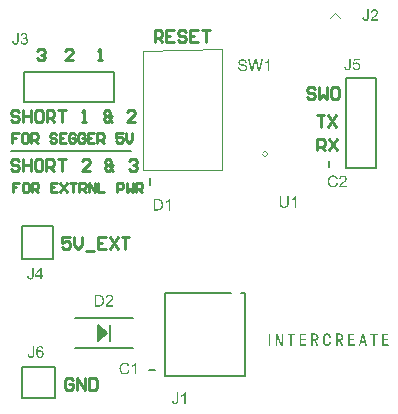
<source format=gto>
G04*
G04 #@! TF.GenerationSoftware,Altium Limited,Altium Designer,23.8.1 (32)*
G04*
G04 Layer_Color=65535*
%FSLAX44Y44*%
%MOMM*%
G71*
G04*
G04 #@! TF.SameCoordinates,8D10C5A6-D087-465C-88DE-2456D22F2F40*
G04*
G04*
G04 #@! TF.FilePolarity,Positive*
G04*
G01*
G75*
%ADD10C,0.1000*%
%ADD11C,0.1270*%
%ADD12C,0.2000*%
%ADD13C,0.1524*%
%ADD14C,0.2540*%
G36*
X86360Y67056D02*
X79502Y60198D01*
Y73914D01*
X86360Y67056D01*
D02*
G37*
G36*
X273431Y66548D02*
X273748Y66484D01*
X274510Y66294D01*
X274891Y66040D01*
X275273Y65786D01*
X275336Y65722D01*
X275463Y65659D01*
X275590Y65469D01*
X275781Y65278D01*
X276161Y64580D01*
X276352Y64198D01*
X276416Y63754D01*
Y63309D01*
Y63246D01*
X276352Y63183D01*
X276289Y63119D01*
X276098Y63056D01*
X275145D01*
X275082Y63119D01*
X274955Y63183D01*
X274891Y63309D01*
Y63500D01*
Y63563D01*
Y63627D01*
X274828Y63945D01*
X274638Y64389D01*
X274320Y64770D01*
X274256Y64833D01*
X274002Y65024D01*
X273622Y65151D01*
X273113Y65215D01*
X272923D01*
X272542Y65151D01*
X272097Y65024D01*
X271653Y64770D01*
X271590Y64707D01*
X271399Y64453D01*
X271208Y64071D01*
X271082Y63627D01*
Y63500D01*
X271018Y63246D01*
Y62801D01*
Y62230D01*
X270954Y61532D01*
Y60706D01*
X271082Y59055D01*
Y58928D01*
X271208Y58611D01*
X271336Y58229D01*
X271653Y57849D01*
X271780Y57785D01*
X272034Y57658D01*
X272479Y57467D01*
X272987Y57404D01*
X273113D01*
X273431Y57467D01*
X273876Y57594D01*
X274256Y57849D01*
X274320Y57912D01*
X274574Y58166D01*
X274764Y58547D01*
X274891Y59055D01*
Y59373D01*
Y59436D01*
X274955Y59563D01*
X275019Y59626D01*
X275209Y59690D01*
X276161D01*
X276289Y59626D01*
X276352Y59563D01*
X276416Y59373D01*
Y58991D01*
Y58928D01*
X276352Y58801D01*
Y58547D01*
X276225Y58229D01*
X275907Y57467D01*
X275653Y57150D01*
X275336Y56769D01*
X275273Y56705D01*
X275209Y56642D01*
X274955Y56515D01*
X274701Y56325D01*
X274384Y56134D01*
X274002Y56007D01*
X273558Y55943D01*
X273050Y55880D01*
X272796D01*
X272542Y55943D01*
X272225Y56007D01*
X271462Y56261D01*
X271018Y56452D01*
X270637Y56769D01*
X270574Y56832D01*
X270510Y56960D01*
X270319Y57150D01*
X270129Y57404D01*
X269811Y58102D01*
X269621Y58484D01*
X269557Y58991D01*
Y59118D01*
Y59373D01*
Y59817D01*
Y60388D01*
Y61087D01*
Y61849D01*
Y63500D01*
Y63563D01*
X269621Y63754D01*
Y63945D01*
X269748Y64262D01*
X270065Y65024D01*
X270319Y65405D01*
X270637Y65722D01*
X270700Y65786D01*
X270828Y65849D01*
X271018Y65977D01*
X271336Y66167D01*
X272034Y66484D01*
X272479Y66548D01*
X272987Y66611D01*
X273241D01*
X273431Y66548D01*
D02*
G37*
G36*
X235839Y66357D02*
X235903Y66231D01*
Y56261D01*
Y56198D01*
Y56134D01*
X235776Y56070D01*
X235648Y56007D01*
X234188D01*
X234125Y56070D01*
X234061Y56198D01*
X231077Y63627D01*
X231013Y63691D01*
X230949D01*
X230886Y63627D01*
Y56198D01*
Y56134D01*
X230823Y56070D01*
X230759Y55943D01*
X230569Y55880D01*
X229806D01*
X229743Y55943D01*
X229616Y56007D01*
X229552Y56198D01*
Y66104D01*
Y66167D01*
X229616Y66294D01*
X229680Y66357D01*
X229870Y66421D01*
X231267D01*
X231331Y66357D01*
X231394Y66231D01*
X234315Y58738D01*
X234442Y58674D01*
X234506D01*
X234632Y58738D01*
Y66231D01*
Y66294D01*
X234696Y66357D01*
X234760Y66421D01*
X234950Y66484D01*
X235776D01*
X235839Y66357D01*
D02*
G37*
G36*
X284035Y66548D02*
X284353Y66484D01*
X285115Y66294D01*
X285432Y66040D01*
X285814Y65786D01*
X285877Y65722D01*
X285940Y65659D01*
X286131Y65469D01*
X286322Y65278D01*
X286702Y64580D01*
X286957Y63754D01*
Y63691D01*
Y63563D01*
Y63373D01*
X286893Y63119D01*
X286766Y62547D01*
X286448Y61912D01*
X286385Y61785D01*
X286131Y61468D01*
X285686Y61087D01*
X285115Y60770D01*
X285051Y60706D01*
X284925Y60579D01*
X284861Y60452D01*
Y60325D01*
X284925Y60262D01*
X286702Y56515D01*
Y56452D01*
Y56388D01*
Y56198D01*
X286512Y56070D01*
X285496D01*
X285369Y56134D01*
X285179Y56198D01*
X285115Y56388D01*
X283337Y60135D01*
Y60198D01*
X283210Y60262D01*
X283083Y60325D01*
X282257Y60262D01*
X282194Y60198D01*
X282131Y60135D01*
X282067D01*
Y56388D01*
Y56325D01*
X282003Y56261D01*
X281940Y56134D01*
X281749Y56070D01*
X280797D01*
X280734Y56134D01*
X280670Y56198D01*
X280606Y56388D01*
Y66294D01*
Y66357D01*
X280670Y66484D01*
X280734Y66548D01*
X280861Y66611D01*
X283782D01*
X284035Y66548D01*
D02*
G37*
G36*
X262953D02*
X263271Y66484D01*
X263969Y66294D01*
X264350Y66040D01*
X264732Y65786D01*
X264795Y65722D01*
X264858Y65659D01*
X265049Y65469D01*
X265240Y65278D01*
X265620Y64580D01*
X265748Y64198D01*
X265811Y63754D01*
Y63691D01*
Y63563D01*
Y63373D01*
Y63119D01*
X265684Y62547D01*
X265366Y61912D01*
X265303Y61785D01*
X265049Y61468D01*
X264604Y61087D01*
X264033Y60770D01*
X263969Y60706D01*
X263843Y60579D01*
X263715Y60452D01*
Y60325D01*
X263779Y60262D01*
X265620Y56515D01*
Y56452D01*
X265684Y56388D01*
X265620Y56198D01*
X265494Y56070D01*
X264414D01*
X264350Y56134D01*
X264223Y56198D01*
X264097Y56388D01*
X262446Y60135D01*
X262382Y60198D01*
X262128Y60325D01*
X261112Y60262D01*
X261049Y60198D01*
X260985Y60135D01*
X260921D01*
Y56388D01*
Y56325D01*
X260858Y56261D01*
X260795Y56134D01*
X260604Y56070D01*
X259778D01*
X259715Y56134D01*
X259588Y56198D01*
X259524Y56388D01*
Y66294D01*
Y66357D01*
X259588Y66484D01*
X259652Y66548D01*
X259842Y66611D01*
X262700D01*
X262953Y66548D01*
D02*
G37*
G36*
X324866Y66357D02*
X324930Y66231D01*
Y65405D01*
Y65342D01*
X324866Y65215D01*
X324803Y65087D01*
X324612Y65024D01*
X321119D01*
X321056Y64960D01*
Y64897D01*
Y62230D01*
X321119D01*
X321183Y62167D01*
X324612D01*
X324675Y62103D01*
X324739Y62039D01*
X324803Y61849D01*
Y61024D01*
Y60960D01*
Y60897D01*
X324675Y60833D01*
X324548Y60770D01*
X321183D01*
X321119Y60706D01*
X321056Y60642D01*
X320929Y57594D01*
Y57531D01*
X320993Y57467D01*
X321056Y57404D01*
X321119Y57467D01*
X324803D01*
X324930Y57404D01*
X325056Y57340D01*
X325120Y57150D01*
Y56261D01*
Y56198D01*
X325056Y56134D01*
X324993Y56070D01*
X324739Y56007D01*
X319786D01*
X319659Y56070D01*
X319532Y56134D01*
X319468Y56261D01*
Y66231D01*
Y66294D01*
X319532Y66357D01*
X319659Y66421D01*
X319849Y66484D01*
X324803D01*
X324866Y66357D01*
D02*
G37*
G36*
X315849D02*
X315912Y66231D01*
Y65405D01*
Y65342D01*
X315849Y65215D01*
X315786Y65087D01*
X315595Y65024D01*
X313436D01*
X313372Y64960D01*
X313309Y64897D01*
Y64770D01*
Y64580D01*
Y64198D01*
Y63691D01*
Y62929D01*
Y62421D01*
Y61912D01*
Y61341D01*
Y60642D01*
Y56261D01*
Y56198D01*
X313246Y56134D01*
X313182Y56070D01*
X312992Y56007D01*
X312166D01*
X312103Y56070D01*
X311975Y56134D01*
X311912Y56261D01*
Y64897D01*
Y64960D01*
X311849Y65024D01*
X309753D01*
X309690Y65087D01*
X309626Y65215D01*
X309562Y65405D01*
Y66231D01*
Y66294D01*
X309626Y66357D01*
X309690Y66421D01*
X309816Y66484D01*
X315786D01*
X315849Y66357D01*
D02*
G37*
G36*
X304165Y66421D02*
X304292Y66294D01*
X307086Y56261D01*
X307022Y56134D01*
X306959Y56070D01*
X306768Y56007D01*
X305879D01*
X305689Y56070D01*
X305562Y56198D01*
X304863Y58484D01*
Y58547D01*
X304800Y58611D01*
X304736Y58674D01*
X302069D01*
X301943Y58611D01*
X301815Y58484D01*
X301244Y56198D01*
X301180Y56134D01*
X301117Y56070D01*
X300926Y56007D01*
X299974D01*
X299911Y56070D01*
X299783Y56134D01*
X299720Y56261D01*
X302577Y66294D01*
Y66357D01*
X302641Y66421D01*
X302705Y66484D01*
X304102D01*
X304165Y66421D01*
D02*
G37*
G36*
X296164Y66357D02*
X296227Y66231D01*
Y65405D01*
Y65342D01*
Y65215D01*
X296101Y65087D01*
X295973Y65024D01*
X292354D01*
X292164Y64897D01*
Y62230D01*
X292227Y62167D01*
X295720D01*
X295847Y62103D01*
X295910Y62039D01*
X295973Y61849D01*
Y61024D01*
Y60960D01*
X295910Y60897D01*
X295847Y60833D01*
X295656Y60770D01*
X292290D01*
X292227Y60706D01*
X292164Y60642D01*
Y57594D01*
X292354D01*
Y57531D01*
Y57467D01*
X292418Y57404D01*
X292481Y57467D01*
X296101D01*
X296227Y57404D01*
X296291Y57340D01*
X296355Y57150D01*
Y56261D01*
Y56198D01*
X296291Y56134D01*
X296227Y56070D01*
X296037Y56007D01*
X291021D01*
X290957Y56070D01*
X290830Y56134D01*
X290767Y56261D01*
Y66231D01*
Y66294D01*
X290830Y66357D01*
X290893Y66421D01*
X291084Y66484D01*
X296101D01*
X296164Y66357D01*
D02*
G37*
G36*
X255207D02*
X255270Y66231D01*
Y65405D01*
Y65342D01*
X255207Y65215D01*
X255143Y65087D01*
X254953Y65024D01*
X251397D01*
X251206Y64897D01*
Y62230D01*
X251269Y62167D01*
X254762D01*
X254825Y62103D01*
X254889Y62039D01*
X254953Y61849D01*
Y61024D01*
Y60960D01*
Y60897D01*
X254825Y60833D01*
X254699Y60770D01*
X251333D01*
X251079Y60642D01*
Y57594D01*
X251333D01*
Y57531D01*
Y57467D01*
Y57404D01*
X251397Y57467D01*
X255016D01*
X255143Y57404D01*
X255207Y57340D01*
X255270Y57150D01*
Y56261D01*
Y56198D01*
X255207Y56134D01*
X255143Y56070D01*
X254953Y56007D01*
X250063D01*
X250000Y56070D01*
X249872Y56134D01*
X249809Y56261D01*
Y66231D01*
Y66294D01*
X249872Y66357D01*
X249936Y66421D01*
X250126Y66484D01*
X255143D01*
X255207Y66357D01*
D02*
G37*
G36*
X245999D02*
X246063Y66231D01*
Y65405D01*
Y65342D01*
X245999Y65215D01*
X245935Y65087D01*
X245745Y65024D01*
X243522D01*
Y64960D01*
X243586D01*
Y64897D01*
Y64770D01*
Y64580D01*
Y64198D01*
Y63691D01*
Y62929D01*
Y62421D01*
Y61912D01*
Y61341D01*
Y60642D01*
Y56261D01*
Y56198D01*
X243522Y56134D01*
X243459Y56070D01*
X243269Y56007D01*
X242316D01*
X242253Y56070D01*
X242125Y56134D01*
X242062Y56261D01*
Y64897D01*
Y64960D01*
Y65024D01*
X240030D01*
X239903Y65087D01*
X239776Y65215D01*
X239713Y65405D01*
Y66231D01*
Y66294D01*
X239776Y66357D01*
X239903Y66421D01*
X240093Y66484D01*
X245935D01*
X245999Y66357D01*
D02*
G37*
G36*
X224853D02*
X224917Y66231D01*
Y56261D01*
Y56198D01*
X224853Y56134D01*
X224790Y56070D01*
X224599Y56007D01*
X223774D01*
X223647Y56070D01*
X223520Y56134D01*
Y56261D01*
Y66231D01*
Y66294D01*
Y66357D01*
X223647Y66421D01*
X223838Y66484D01*
X224790D01*
X224853Y66357D01*
D02*
G37*
G36*
X240529Y177105D02*
Y177086D01*
Y177038D01*
Y176962D01*
X240519Y176857D01*
Y176733D01*
X240509Y176590D01*
X240500Y176428D01*
X240490Y176257D01*
X240471Y176076D01*
X240443Y175886D01*
X240386Y175495D01*
X240309Y175114D01*
X240252Y174933D01*
X240195Y174762D01*
Y174752D01*
X240176Y174723D01*
X240157Y174676D01*
X240128Y174619D01*
X240090Y174542D01*
X240043Y174457D01*
X239986Y174361D01*
X239919Y174257D01*
X239843Y174152D01*
X239757Y174038D01*
X239652Y173923D01*
X239547Y173799D01*
X239424Y173685D01*
X239290Y173571D01*
X239147Y173457D01*
X238985Y173352D01*
X238976Y173342D01*
X238947Y173333D01*
X238900Y173304D01*
X238833Y173266D01*
X238738Y173228D01*
X238633Y173180D01*
X238519Y173133D01*
X238376Y173085D01*
X238223Y173037D01*
X238052Y172990D01*
X237861Y172942D01*
X237661Y172904D01*
X237442Y172866D01*
X237214Y172838D01*
X236966Y172828D01*
X236709Y172818D01*
X236576D01*
X236480Y172828D01*
X236366Y172838D01*
X236233Y172847D01*
X236080Y172857D01*
X235918Y172876D01*
X235737Y172904D01*
X235556Y172933D01*
X235185Y173018D01*
X234994Y173066D01*
X234813Y173133D01*
X234632Y173199D01*
X234461Y173285D01*
X234452Y173295D01*
X234423Y173304D01*
X234375Y173333D01*
X234318Y173371D01*
X234251Y173419D01*
X234166Y173485D01*
X234080Y173552D01*
X233985Y173638D01*
X233880Y173723D01*
X233775Y173828D01*
X233671Y173942D01*
X233575Y174066D01*
X233480Y174200D01*
X233385Y174342D01*
X233299Y174495D01*
X233223Y174657D01*
Y174666D01*
X233204Y174695D01*
X233185Y174752D01*
X233166Y174819D01*
X233137Y174914D01*
X233109Y175019D01*
X233070Y175152D01*
X233042Y175295D01*
X233004Y175466D01*
X232966Y175647D01*
X232937Y175847D01*
X232908Y176066D01*
X232889Y176305D01*
X232870Y176552D01*
X232851Y176819D01*
Y177105D01*
Y182743D01*
X234147D01*
Y177105D01*
Y177095D01*
Y177048D01*
Y176981D01*
Y176895D01*
X234156Y176790D01*
Y176676D01*
X234166Y176543D01*
X234175Y176400D01*
X234204Y176085D01*
X234242Y175781D01*
X234270Y175628D01*
X234299Y175485D01*
X234337Y175352D01*
X234375Y175228D01*
Y175219D01*
X234385Y175200D01*
X234404Y175171D01*
X234423Y175133D01*
X234480Y175019D01*
X234566Y174885D01*
X234680Y174743D01*
X234813Y174590D01*
X234985Y174438D01*
X235185Y174304D01*
X235194D01*
X235214Y174295D01*
X235242Y174276D01*
X235290Y174257D01*
X235347Y174228D01*
X235413Y174200D01*
X235490Y174171D01*
X235576Y174142D01*
X235680Y174114D01*
X235785Y174085D01*
X236023Y174028D01*
X236299Y173990D01*
X236595Y173981D01*
X236728D01*
X236823Y173990D01*
X236947Y174000D01*
X237080Y174019D01*
X237223Y174038D01*
X237385Y174057D01*
X237719Y174133D01*
X237880Y174190D01*
X238052Y174247D01*
X238214Y174323D01*
X238366Y174409D01*
X238500Y174504D01*
X238624Y174619D01*
X238633Y174628D01*
X238652Y174647D01*
X238681Y174695D01*
X238719Y174752D01*
X238766Y174828D01*
X238814Y174923D01*
X238871Y175038D01*
X238928Y175171D01*
X238985Y175333D01*
X239043Y175514D01*
X239090Y175714D01*
X239138Y175943D01*
X239176Y176190D01*
X239205Y176467D01*
X239223Y176771D01*
X239233Y177105D01*
Y182743D01*
X240529D01*
Y177105D01*
D02*
G37*
G36*
X246701Y172980D02*
X245501D01*
Y180610D01*
X245491D01*
X245481Y180591D01*
X245453Y180572D01*
X245424Y180543D01*
X245329Y180457D01*
X245196Y180353D01*
X245034Y180229D01*
X244834Y180086D01*
X244605Y179934D01*
X244357Y179781D01*
X244348D01*
X244329Y179762D01*
X244291Y179743D01*
X244243Y179715D01*
X244177Y179676D01*
X244110Y179638D01*
X243938Y179553D01*
X243748Y179457D01*
X243538Y179353D01*
X243319Y179257D01*
X243110Y179172D01*
Y180324D01*
X243119Y180334D01*
X243157Y180343D01*
X243205Y180372D01*
X243281Y180410D01*
X243367Y180457D01*
X243462Y180515D01*
X243577Y180572D01*
X243700Y180648D01*
X243976Y180810D01*
X244272Y181010D01*
X244567Y181229D01*
X244862Y181467D01*
X244872Y181477D01*
X244891Y181496D01*
X244939Y181534D01*
X244986Y181581D01*
X245043Y181648D01*
X245119Y181715D01*
X245196Y181800D01*
X245281Y181886D01*
X245453Y182086D01*
X245624Y182305D01*
X245786Y182543D01*
X245863Y182658D01*
X245920Y182782D01*
X246701D01*
Y172980D01*
D02*
G37*
G36*
X30350Y55772D02*
X30455Y55763D01*
X30569Y55743D01*
X30693Y55724D01*
X30836Y55705D01*
X31131Y55620D01*
X31293Y55572D01*
X31445Y55505D01*
X31607Y55439D01*
X31760Y55343D01*
X31912Y55248D01*
X32055Y55134D01*
X32064Y55124D01*
X32083Y55105D01*
X32122Y55067D01*
X32169Y55020D01*
X32226Y54953D01*
X32293Y54867D01*
X32369Y54772D01*
X32445Y54667D01*
X32522Y54553D01*
X32598Y54410D01*
X32664Y54267D01*
X32741Y54105D01*
X32807Y53934D01*
X32855Y53753D01*
X32903Y53562D01*
X32941Y53353D01*
X31750Y53257D01*
Y53267D01*
X31741Y53286D01*
X31731Y53324D01*
X31721Y53372D01*
X31702Y53429D01*
X31683Y53496D01*
X31636Y53648D01*
X31569Y53819D01*
X31493Y53991D01*
X31398Y54153D01*
X31293Y54286D01*
X31283Y54296D01*
X31274Y54305D01*
X31245Y54334D01*
X31207Y54362D01*
X31159Y54410D01*
X31102Y54448D01*
X30959Y54543D01*
X30788Y54639D01*
X30578Y54724D01*
X30350Y54781D01*
X30226Y54791D01*
X30093Y54801D01*
X29997D01*
X29893Y54781D01*
X29750Y54762D01*
X29597Y54724D01*
X29426Y54667D01*
X29254Y54581D01*
X29083Y54477D01*
X29074D01*
X29054Y54458D01*
X29026Y54439D01*
X28988Y54400D01*
X28893Y54305D01*
X28759Y54172D01*
X28616Y54000D01*
X28464Y53791D01*
X28321Y53553D01*
X28188Y53267D01*
Y53257D01*
X28178Y53229D01*
X28159Y53181D01*
X28140Y53124D01*
X28111Y53038D01*
X28083Y52943D01*
X28054Y52819D01*
X28026Y52686D01*
X27997Y52534D01*
X27969Y52372D01*
X27940Y52181D01*
X27911Y51981D01*
X27892Y51762D01*
X27873Y51524D01*
X27864Y51276D01*
X27854Y51009D01*
X27864Y51019D01*
X27873Y51038D01*
X27902Y51076D01*
X27931Y51114D01*
X27969Y51171D01*
X28026Y51238D01*
X28149Y51381D01*
X28302Y51543D01*
X28483Y51705D01*
X28683Y51857D01*
X28911Y51991D01*
X28921D01*
X28940Y52000D01*
X28978Y52019D01*
X29016Y52038D01*
X29083Y52067D01*
X29150Y52095D01*
X29226Y52124D01*
X29312Y52153D01*
X29512Y52210D01*
X29731Y52267D01*
X29969Y52305D01*
X30226Y52315D01*
X30283D01*
X30340Y52305D01*
X30426D01*
X30531Y52286D01*
X30655Y52267D01*
X30788Y52238D01*
X30931Y52200D01*
X31083Y52153D01*
X31255Y52095D01*
X31417Y52029D01*
X31588Y51943D01*
X31769Y51838D01*
X31941Y51724D01*
X32102Y51581D01*
X32264Y51429D01*
X32274Y51419D01*
X32302Y51391D01*
X32341Y51333D01*
X32398Y51267D01*
X32464Y51181D01*
X32531Y51076D01*
X32607Y50952D01*
X32693Y50809D01*
X32769Y50657D01*
X32845Y50486D01*
X32912Y50295D01*
X32979Y50095D01*
X33036Y49876D01*
X33074Y49647D01*
X33103Y49409D01*
X33112Y49152D01*
Y49143D01*
Y49114D01*
Y49067D01*
X33103Y49000D01*
Y48914D01*
X33093Y48819D01*
X33084Y48714D01*
X33064Y48590D01*
X33017Y48323D01*
X32941Y48038D01*
X32845Y47743D01*
X32712Y47438D01*
Y47428D01*
X32693Y47400D01*
X32674Y47361D01*
X32636Y47314D01*
X32598Y47247D01*
X32550Y47171D01*
X32426Y47000D01*
X32264Y46800D01*
X32083Y46599D01*
X31864Y46409D01*
X31617Y46238D01*
X31607D01*
X31588Y46219D01*
X31550Y46199D01*
X31493Y46171D01*
X31426Y46142D01*
X31350Y46104D01*
X31264Y46066D01*
X31159Y46028D01*
X31055Y45990D01*
X30931Y45952D01*
X30664Y45885D01*
X30369Y45837D01*
X30207Y45828D01*
X30045Y45818D01*
X29978D01*
X29902Y45828D01*
X29797Y45837D01*
X29674Y45856D01*
X29521Y45876D01*
X29359Y45914D01*
X29178Y45952D01*
X28988Y46009D01*
X28797Y46085D01*
X28588Y46171D01*
X28388Y46285D01*
X28178Y46409D01*
X27978Y46552D01*
X27788Y46723D01*
X27607Y46914D01*
X27597Y46923D01*
X27569Y46971D01*
X27521Y47028D01*
X27464Y47123D01*
X27387Y47247D01*
X27311Y47400D01*
X27226Y47571D01*
X27140Y47781D01*
X27045Y48019D01*
X26959Y48285D01*
X26883Y48581D01*
X26816Y48914D01*
X26749Y49267D01*
X26702Y49667D01*
X26673Y50086D01*
X26664Y50543D01*
Y50552D01*
Y50571D01*
Y50609D01*
Y50667D01*
Y50733D01*
X26673Y50809D01*
Y50905D01*
X26683Y51009D01*
Y51114D01*
X26692Y51238D01*
X26721Y51505D01*
X26749Y51800D01*
X26797Y52114D01*
X26845Y52448D01*
X26921Y52791D01*
X26997Y53134D01*
X27102Y53477D01*
X27216Y53800D01*
X27359Y54115D01*
X27521Y54400D01*
X27702Y54658D01*
X27711Y54667D01*
X27740Y54705D01*
X27797Y54762D01*
X27873Y54829D01*
X27959Y54915D01*
X28073Y55010D01*
X28207Y55115D01*
X28350Y55220D01*
X28521Y55324D01*
X28702Y55429D01*
X28902Y55524D01*
X29121Y55610D01*
X29359Y55677D01*
X29607Y55734D01*
X29874Y55772D01*
X30159Y55782D01*
X30274D01*
X30350Y55772D01*
D02*
G37*
G36*
X25092Y49085D02*
Y49076D01*
Y49028D01*
Y48971D01*
Y48885D01*
X25082Y48781D01*
X25073Y48666D01*
X25064Y48533D01*
X25054Y48390D01*
X25016Y48085D01*
X24968Y47771D01*
X24892Y47466D01*
X24844Y47323D01*
X24787Y47190D01*
Y47181D01*
X24778Y47161D01*
X24759Y47123D01*
X24730Y47085D01*
X24701Y47028D01*
X24663Y46961D01*
X24559Y46809D01*
X24425Y46647D01*
X24263Y46476D01*
X24073Y46314D01*
X23844Y46171D01*
X23835D01*
X23816Y46152D01*
X23778Y46142D01*
X23730Y46114D01*
X23673Y46085D01*
X23597Y46056D01*
X23511Y46028D01*
X23416Y45999D01*
X23311Y45961D01*
X23197Y45933D01*
X22939Y45876D01*
X22654Y45837D01*
X22339Y45818D01*
X22282D01*
X22215Y45828D01*
X22130D01*
X22025Y45837D01*
X21901Y45856D01*
X21758Y45876D01*
X21615Y45914D01*
X21453Y45952D01*
X21291Y45999D01*
X21130Y46056D01*
X20968Y46133D01*
X20806Y46209D01*
X20653Y46314D01*
X20501Y46418D01*
X20368Y46552D01*
X20358Y46561D01*
X20339Y46590D01*
X20301Y46628D01*
X20263Y46685D01*
X20215Y46771D01*
X20158Y46857D01*
X20091Y46971D01*
X20034Y47104D01*
X19968Y47247D01*
X19910Y47409D01*
X19853Y47590D01*
X19806Y47790D01*
X19768Y48000D01*
X19739Y48228D01*
X19720Y48476D01*
Y48743D01*
X20882Y48905D01*
Y48895D01*
Y48857D01*
X20891Y48800D01*
Y48724D01*
X20901Y48638D01*
X20910Y48533D01*
X20930Y48419D01*
X20949Y48295D01*
X20996Y48047D01*
X21072Y47790D01*
X21120Y47676D01*
X21168Y47561D01*
X21225Y47466D01*
X21291Y47380D01*
X21311Y47361D01*
X21358Y47314D01*
X21444Y47247D01*
X21568Y47181D01*
X21711Y47104D01*
X21892Y47038D01*
X22101Y46990D01*
X22206Y46981D01*
X22330Y46971D01*
X22415D01*
X22501Y46981D01*
X22615Y47000D01*
X22749Y47028D01*
X22892Y47066D01*
X23035Y47114D01*
X23168Y47190D01*
X23187Y47200D01*
X23225Y47228D01*
X23282Y47276D01*
X23359Y47352D01*
X23444Y47438D01*
X23520Y47533D01*
X23597Y47657D01*
X23654Y47790D01*
X23663Y47809D01*
X23673Y47866D01*
X23692Y47904D01*
X23701Y47962D01*
X23711Y48019D01*
X23730Y48095D01*
X23740Y48171D01*
X23749Y48266D01*
X23768Y48362D01*
X23778Y48476D01*
X23787Y48590D01*
Y48724D01*
X23797Y48866D01*
Y49019D01*
Y55743D01*
X25092D01*
Y49085D01*
D02*
G37*
G36*
X308354Y334328D02*
Y334318D01*
Y334270D01*
Y334213D01*
Y334128D01*
X308345Y334023D01*
X308335Y333908D01*
X308326Y333775D01*
X308316Y333632D01*
X308278Y333327D01*
X308231Y333013D01*
X308154Y332708D01*
X308107Y332565D01*
X308050Y332432D01*
Y332422D01*
X308040Y332403D01*
X308021Y332365D01*
X307992Y332327D01*
X307964Y332270D01*
X307926Y332203D01*
X307821Y332051D01*
X307688Y331889D01*
X307526Y331718D01*
X307335Y331556D01*
X307107Y331413D01*
X307097D01*
X307078Y331394D01*
X307040Y331384D01*
X306992Y331356D01*
X306935Y331327D01*
X306859Y331298D01*
X306773Y331270D01*
X306678Y331241D01*
X306573Y331203D01*
X306459Y331175D01*
X306202Y331118D01*
X305916Y331079D01*
X305602Y331060D01*
X305545D01*
X305478Y331070D01*
X305392D01*
X305287Y331079D01*
X305164Y331099D01*
X305021Y331118D01*
X304878Y331156D01*
X304716Y331194D01*
X304554Y331241D01*
X304392Y331298D01*
X304230Y331375D01*
X304068Y331451D01*
X303916Y331556D01*
X303763Y331660D01*
X303630Y331794D01*
X303620Y331803D01*
X303601Y331832D01*
X303563Y331870D01*
X303525Y331927D01*
X303478Y332013D01*
X303421Y332099D01*
X303354Y332213D01*
X303297Y332346D01*
X303230Y332489D01*
X303173Y332651D01*
X303116Y332832D01*
X303068Y333032D01*
X303030Y333242D01*
X303001Y333470D01*
X302982Y333718D01*
Y333985D01*
X304144Y334146D01*
Y334137D01*
Y334099D01*
X304154Y334042D01*
Y333965D01*
X304163Y333880D01*
X304173Y333775D01*
X304192Y333661D01*
X304211Y333537D01*
X304259Y333289D01*
X304335Y333032D01*
X304382Y332918D01*
X304430Y332803D01*
X304487Y332708D01*
X304554Y332622D01*
X304573Y332603D01*
X304621Y332556D01*
X304706Y332489D01*
X304830Y332422D01*
X304973Y332346D01*
X305154Y332280D01*
X305364Y332232D01*
X305468Y332223D01*
X305592Y332213D01*
X305678D01*
X305764Y332223D01*
X305878Y332242D01*
X306011Y332270D01*
X306154Y332308D01*
X306297Y332356D01*
X306430Y332432D01*
X306449Y332441D01*
X306488Y332470D01*
X306545Y332518D01*
X306621Y332594D01*
X306707Y332680D01*
X306783Y332775D01*
X306859Y332899D01*
X306916Y333032D01*
X306926Y333051D01*
X306935Y333108D01*
X306954Y333146D01*
X306964Y333204D01*
X306973Y333261D01*
X306992Y333337D01*
X307002Y333413D01*
X307011Y333508D01*
X307031Y333604D01*
X307040Y333718D01*
X307050Y333832D01*
Y333965D01*
X307059Y334108D01*
Y334261D01*
Y340985D01*
X308354D01*
Y334328D01*
D02*
G37*
G36*
X313346Y341014D02*
X313450D01*
X313565Y341004D01*
X313698Y340985D01*
X313850Y340957D01*
X314022Y340928D01*
X314193Y340881D01*
X314374Y340833D01*
X314565Y340766D01*
X314746Y340690D01*
X314936Y340605D01*
X315108Y340500D01*
X315279Y340376D01*
X315441Y340243D01*
X315451Y340233D01*
X315479Y340204D01*
X315517Y340166D01*
X315565Y340100D01*
X315632Y340023D01*
X315698Y339938D01*
X315774Y339833D01*
X315851Y339709D01*
X315927Y339576D01*
X316003Y339423D01*
X316070Y339271D01*
X316136Y339100D01*
X316184Y338918D01*
X316222Y338718D01*
X316251Y338518D01*
X316260Y338309D01*
Y338299D01*
Y338280D01*
Y338252D01*
Y338214D01*
X316251Y338157D01*
Y338099D01*
X316232Y337947D01*
X316203Y337775D01*
X316155Y337575D01*
X316098Y337366D01*
X316012Y337156D01*
Y337147D01*
X316003Y337128D01*
X315984Y337099D01*
X315965Y337061D01*
X315936Y337004D01*
X315908Y336947D01*
X315822Y336795D01*
X315717Y336623D01*
X315574Y336413D01*
X315413Y336194D01*
X315212Y335966D01*
X315203Y335956D01*
X315184Y335937D01*
X315155Y335899D01*
X315108Y335852D01*
X315041Y335785D01*
X314974Y335709D01*
X314879Y335623D01*
X314774Y335518D01*
X314660Y335404D01*
X314517Y335271D01*
X314374Y335128D01*
X314203Y334975D01*
X314022Y334813D01*
X313822Y334632D01*
X313603Y334451D01*
X313374Y334251D01*
X313365Y334242D01*
X313326Y334213D01*
X313269Y334166D01*
X313203Y334108D01*
X313117Y334032D01*
X313022Y333946D01*
X312793Y333756D01*
X312565Y333556D01*
X312336Y333356D01*
X312231Y333261D01*
X312136Y333165D01*
X312050Y333089D01*
X311984Y333023D01*
X311974Y333013D01*
X311936Y332965D01*
X311879Y332899D01*
X311803Y332822D01*
X311726Y332718D01*
X311641Y332613D01*
X311555Y332499D01*
X311479Y332375D01*
X316270D01*
Y331222D01*
X309821D01*
Y331232D01*
Y331241D01*
Y331298D01*
Y331375D01*
X309831Y331489D01*
X309850Y331613D01*
X309869Y331756D01*
X309907Y331899D01*
X309955Y332051D01*
Y332061D01*
X309964Y332080D01*
X309983Y332118D01*
X310002Y332165D01*
X310031Y332223D01*
X310059Y332289D01*
X310145Y332461D01*
X310259Y332661D01*
X310393Y332880D01*
X310555Y333108D01*
X310745Y333346D01*
X310755Y333356D01*
X310774Y333375D01*
X310802Y333413D01*
X310850Y333461D01*
X310907Y333518D01*
X310974Y333594D01*
X311050Y333680D01*
X311145Y333775D01*
X311250Y333870D01*
X311364Y333985D01*
X311498Y334108D01*
X311631Y334242D01*
X311783Y334375D01*
X311945Y334518D01*
X312126Y334670D01*
X312307Y334823D01*
X312326Y334842D01*
X312374Y334880D01*
X312460Y334947D01*
X312565Y335042D01*
X312698Y335147D01*
X312841Y335280D01*
X313003Y335423D01*
X313174Y335575D01*
X313536Y335909D01*
X313888Y336251D01*
X314050Y336423D01*
X314203Y336594D01*
X314346Y336747D01*
X314460Y336899D01*
X314470Y336909D01*
X314489Y336937D01*
X314517Y336975D01*
X314546Y337033D01*
X314593Y337099D01*
X314641Y337175D01*
X314689Y337271D01*
X314746Y337366D01*
X314851Y337585D01*
X314946Y337823D01*
X314974Y337957D01*
X315003Y338080D01*
X315022Y338214D01*
X315032Y338338D01*
Y338347D01*
Y338366D01*
Y338404D01*
X315022Y338461D01*
X315012Y338518D01*
X315003Y338585D01*
X314965Y338757D01*
X314908Y338947D01*
X314812Y339147D01*
X314755Y339242D01*
X314689Y339347D01*
X314612Y339442D01*
X314517Y339538D01*
X314508Y339547D01*
X314498Y339557D01*
X314460Y339585D01*
X314422Y339614D01*
X314374Y339652D01*
X314308Y339690D01*
X314241Y339738D01*
X314155Y339785D01*
X314069Y339833D01*
X313965Y339881D01*
X313736Y339957D01*
X313479Y340014D01*
X313336Y340023D01*
X313184Y340033D01*
X313098D01*
X313041Y340023D01*
X312964Y340014D01*
X312879Y340004D01*
X312784Y339985D01*
X312688Y339966D01*
X312460Y339909D01*
X312231Y339814D01*
X312117Y339757D01*
X312003Y339680D01*
X311898Y339604D01*
X311793Y339509D01*
X311783Y339500D01*
X311774Y339490D01*
X311745Y339452D01*
X311717Y339414D01*
X311679Y339366D01*
X311631Y339300D01*
X311583Y339223D01*
X311536Y339138D01*
X311488Y339042D01*
X311441Y338938D01*
X311402Y338814D01*
X311355Y338690D01*
X311326Y338557D01*
X311298Y338404D01*
X311288Y338252D01*
X311279Y338080D01*
X310050Y338204D01*
Y338223D01*
X310059Y338261D01*
X310069Y338338D01*
X310079Y338433D01*
X310107Y338547D01*
X310136Y338680D01*
X310174Y338823D01*
X310212Y338985D01*
X310269Y339147D01*
X310336Y339319D01*
X310412Y339490D01*
X310498Y339671D01*
X310602Y339842D01*
X310717Y340004D01*
X310850Y340157D01*
X310993Y340300D01*
X311002Y340309D01*
X311031Y340328D01*
X311079Y340366D01*
X311145Y340414D01*
X311231Y340471D01*
X311326Y340528D01*
X311450Y340595D01*
X311583Y340662D01*
X311736Y340728D01*
X311898Y340795D01*
X312079Y340852D01*
X312279Y340909D01*
X312488Y340957D01*
X312717Y340995D01*
X312955Y341014D01*
X313212Y341024D01*
X313279D01*
X313346Y341014D01*
D02*
G37*
G36*
X201576Y298663D02*
X201671D01*
X201786Y298653D01*
X201909Y298644D01*
X202043Y298625D01*
X202186Y298606D01*
X202338Y298587D01*
X202662Y298520D01*
X202986Y298434D01*
X203310Y298320D01*
X203319D01*
X203348Y298301D01*
X203386Y298282D01*
X203443Y298253D01*
X203519Y298215D01*
X203595Y298177D01*
X203776Y298063D01*
X203986Y297910D01*
X204195Y297739D01*
X204405Y297529D01*
X204586Y297291D01*
X204595Y297282D01*
X204605Y297262D01*
X204624Y297225D01*
X204653Y297177D01*
X204691Y297110D01*
X204729Y297034D01*
X204767Y296948D01*
X204814Y296843D01*
X204862Y296739D01*
X204900Y296624D01*
X204976Y296358D01*
X205043Y296072D01*
X205062Y295919D01*
X205072Y295758D01*
X203833Y295662D01*
Y295672D01*
X203824Y295700D01*
Y295748D01*
X203805Y295815D01*
X203795Y295891D01*
X203767Y295977D01*
X203738Y296072D01*
X203710Y296177D01*
X203624Y296405D01*
X203500Y296634D01*
X203424Y296748D01*
X203348Y296853D01*
X203252Y296958D01*
X203148Y297053D01*
X203138Y297062D01*
X203119Y297072D01*
X203090Y297101D01*
X203043Y297129D01*
X202986Y297167D01*
X202910Y297205D01*
X202824Y297243D01*
X202719Y297291D01*
X202605Y297339D01*
X202481Y297377D01*
X202348Y297415D01*
X202195Y297453D01*
X202024Y297482D01*
X201852Y297510D01*
X201652Y297520D01*
X201452Y297529D01*
X201338D01*
X201262Y297520D01*
X201166D01*
X201052Y297510D01*
X200928Y297491D01*
X200805Y297472D01*
X200519Y297425D01*
X200243Y297348D01*
X200100Y297291D01*
X199976Y297234D01*
X199852Y297167D01*
X199747Y297091D01*
X199738D01*
X199728Y297072D01*
X199662Y297015D01*
X199576Y296920D01*
X199480Y296805D01*
X199385Y296653D01*
X199300Y296472D01*
X199233Y296282D01*
X199223Y296177D01*
X199214Y296062D01*
Y296053D01*
Y296043D01*
Y296015D01*
X199223Y295977D01*
X199233Y295872D01*
X199261Y295758D01*
X199309Y295615D01*
X199366Y295472D01*
X199461Y295329D01*
X199585Y295196D01*
X199595D01*
X199604Y295177D01*
X199633Y295158D01*
X199671Y295138D01*
X199719Y295110D01*
X199785Y295072D01*
X199871Y295024D01*
X199966Y294977D01*
X200090Y294929D01*
X200224Y294872D01*
X200385Y294815D01*
X200566Y294757D01*
X200766Y294691D01*
X200995Y294624D01*
X201252Y294557D01*
X201528Y294491D01*
X201547D01*
X201595Y294472D01*
X201681Y294453D01*
X201786Y294434D01*
X201909Y294405D01*
X202062Y294367D01*
X202224Y294329D01*
X202395Y294281D01*
X202757Y294186D01*
X203109Y294081D01*
X203281Y294024D01*
X203433Y293976D01*
X203576Y293919D01*
X203700Y293872D01*
X203710D01*
X203738Y293853D01*
X203786Y293834D01*
X203843Y293805D01*
X203910Y293767D01*
X203986Y293719D01*
X204176Y293605D01*
X204376Y293462D01*
X204586Y293291D01*
X204786Y293100D01*
X204872Y292995D01*
X204957Y292881D01*
X204967Y292871D01*
X204976Y292852D01*
X204995Y292824D01*
X205024Y292776D01*
X205053Y292719D01*
X205091Y292652D01*
X205129Y292567D01*
X205167Y292481D01*
X205234Y292281D01*
X205300Y292043D01*
X205348Y291776D01*
X205367Y291633D01*
Y291490D01*
Y291481D01*
Y291452D01*
Y291414D01*
X205357Y291357D01*
Y291290D01*
X205348Y291205D01*
X205329Y291119D01*
X205310Y291014D01*
X205262Y290786D01*
X205177Y290538D01*
X205072Y290281D01*
X204995Y290157D01*
X204919Y290023D01*
X204910Y290014D01*
X204900Y289995D01*
X204872Y289957D01*
X204834Y289909D01*
X204786Y289852D01*
X204738Y289785D01*
X204672Y289709D01*
X204595Y289633D01*
X204500Y289547D01*
X204405Y289462D01*
X204300Y289376D01*
X204186Y289281D01*
X203929Y289109D01*
X203633Y288957D01*
X203624D01*
X203595Y288938D01*
X203548Y288919D01*
X203491Y288900D01*
X203405Y288871D01*
X203319Y288833D01*
X203205Y288804D01*
X203090Y288766D01*
X202957Y288728D01*
X202814Y288700D01*
X202652Y288661D01*
X202490Y288633D01*
X202138Y288595D01*
X201757Y288576D01*
X201633D01*
X201538Y288585D01*
X201424D01*
X201290Y288595D01*
X201147Y288604D01*
X200986Y288623D01*
X200814Y288642D01*
X200633Y288671D01*
X200262Y288738D01*
X199890Y288833D01*
X199709Y288890D01*
X199538Y288957D01*
X199528Y288966D01*
X199500Y288976D01*
X199452Y288995D01*
X199395Y289033D01*
X199319Y289071D01*
X199223Y289119D01*
X199128Y289176D01*
X199023Y289252D01*
X198804Y289414D01*
X198566Y289614D01*
X198337Y289852D01*
X198128Y290119D01*
X198118Y290128D01*
X198109Y290157D01*
X198080Y290195D01*
X198052Y290252D01*
X198014Y290328D01*
X197966Y290414D01*
X197918Y290519D01*
X197871Y290633D01*
X197823Y290757D01*
X197775Y290890D01*
X197737Y291033D01*
X197690Y291195D01*
X197633Y291528D01*
X197614Y291700D01*
X197604Y291881D01*
X198823Y291986D01*
Y291976D01*
Y291957D01*
X198833Y291919D01*
X198842Y291862D01*
X198852Y291795D01*
X198871Y291728D01*
X198909Y291557D01*
X198957Y291367D01*
X199033Y291166D01*
X199119Y290966D01*
X199223Y290776D01*
Y290767D01*
X199242Y290757D01*
X199280Y290700D01*
X199357Y290614D01*
X199461Y290509D01*
X199595Y290385D01*
X199766Y290262D01*
X199966Y290128D01*
X200195Y290014D01*
X200204D01*
X200224Y290005D01*
X200262Y289985D01*
X200309Y289966D01*
X200376Y289947D01*
X200452Y289928D01*
X200538Y289900D01*
X200633Y289871D01*
X200738Y289843D01*
X200852Y289823D01*
X201109Y289776D01*
X201395Y289738D01*
X201700Y289728D01*
X201824D01*
X201890Y289738D01*
X201966D01*
X202138Y289757D01*
X202338Y289785D01*
X202557Y289823D01*
X202776Y289871D01*
X202995Y289947D01*
X203005D01*
X203024Y289957D01*
X203052Y289966D01*
X203090Y289985D01*
X203195Y290033D01*
X203319Y290109D01*
X203452Y290195D01*
X203595Y290290D01*
X203729Y290414D01*
X203843Y290547D01*
X203853Y290567D01*
X203891Y290614D01*
X203929Y290690D01*
X203986Y290795D01*
X204034Y290919D01*
X204081Y291062D01*
X204110Y291214D01*
X204119Y291386D01*
Y291395D01*
Y291405D01*
Y291462D01*
X204110Y291548D01*
X204091Y291662D01*
X204053Y291786D01*
X204005Y291919D01*
X203938Y292052D01*
X203853Y292186D01*
X203843Y292205D01*
X203805Y292243D01*
X203738Y292309D01*
X203643Y292386D01*
X203519Y292481D01*
X203367Y292576D01*
X203186Y292672D01*
X202967Y292757D01*
X202948Y292767D01*
X202919Y292776D01*
X202881Y292786D01*
X202833Y292805D01*
X202776Y292824D01*
X202700Y292852D01*
X202605Y292881D01*
X202500Y292910D01*
X202376Y292948D01*
X202233Y292986D01*
X202071Y293024D01*
X201890Y293071D01*
X201690Y293119D01*
X201471Y293176D01*
X201233Y293234D01*
X201214D01*
X201176Y293253D01*
X201109Y293262D01*
X201014Y293291D01*
X200909Y293319D01*
X200776Y293348D01*
X200643Y293386D01*
X200490Y293433D01*
X200185Y293529D01*
X199871Y293624D01*
X199719Y293681D01*
X199585Y293738D01*
X199461Y293786D01*
X199347Y293843D01*
X199338D01*
X199319Y293862D01*
X199280Y293881D01*
X199233Y293910D01*
X199176Y293948D01*
X199109Y293986D01*
X198957Y294100D01*
X198785Y294234D01*
X198614Y294386D01*
X198452Y294567D01*
X198309Y294757D01*
Y294767D01*
X198290Y294786D01*
X198280Y294815D01*
X198252Y294853D01*
X198233Y294900D01*
X198204Y294967D01*
X198137Y295110D01*
X198071Y295291D01*
X198023Y295500D01*
X197985Y295729D01*
X197966Y295977D01*
Y295986D01*
Y296005D01*
Y296053D01*
X197976Y296101D01*
Y296167D01*
X197985Y296243D01*
X198004Y296329D01*
X198023Y296424D01*
X198071Y296634D01*
X198147Y296872D01*
X198252Y297110D01*
X198309Y297234D01*
X198385Y297358D01*
X198395Y297367D01*
X198404Y297386D01*
X198433Y297425D01*
X198461Y297463D01*
X198509Y297520D01*
X198557Y297577D01*
X198699Y297720D01*
X198871Y297882D01*
X199081Y298044D01*
X199319Y298206D01*
X199604Y298339D01*
X199614D01*
X199642Y298358D01*
X199690Y298368D01*
X199747Y298396D01*
X199823Y298415D01*
X199909Y298444D01*
X200014Y298472D01*
X200128Y298510D01*
X200262Y298539D01*
X200395Y298568D01*
X200547Y298596D01*
X200700Y298625D01*
X201033Y298663D01*
X201395Y298672D01*
X201500D01*
X201576Y298663D01*
D02*
G37*
G36*
X216130Y288738D02*
X214873D01*
X212825Y296177D01*
Y296186D01*
X212815Y296215D01*
X212796Y296262D01*
X212787Y296329D01*
X212758Y296396D01*
X212739Y296481D01*
X212682Y296672D01*
X212635Y296863D01*
X212577Y297053D01*
X212558Y297139D01*
X212539Y297215D01*
X212520Y297272D01*
X212511Y297320D01*
Y297310D01*
X212501Y297291D01*
X212492Y297253D01*
X212482Y297205D01*
X212473Y297148D01*
X212454Y297082D01*
X212416Y296920D01*
X212368Y296748D01*
X212320Y296548D01*
X212263Y296358D01*
X212215Y296177D01*
X210158Y288738D01*
X208825D01*
X206243Y298501D01*
X207567D01*
X209053Y292100D01*
Y292090D01*
X209063Y292052D01*
X209072Y292005D01*
X209091Y291929D01*
X209110Y291833D01*
X209139Y291728D01*
X209167Y291605D01*
X209196Y291471D01*
X209225Y291329D01*
X209263Y291166D01*
X209329Y290833D01*
X209396Y290471D01*
X209463Y290100D01*
Y290119D01*
X209482Y290166D01*
X209501Y290243D01*
X209520Y290347D01*
X209558Y290471D01*
X209587Y290605D01*
X209625Y290757D01*
X209663Y290909D01*
X209739Y291224D01*
X209777Y291376D01*
X209815Y291519D01*
X209844Y291643D01*
X209872Y291757D01*
X209891Y291843D01*
X209910Y291900D01*
X211768Y298501D01*
X213320D01*
X214720Y293557D01*
Y293548D01*
X214730Y293538D01*
Y293510D01*
X214740Y293472D01*
X214768Y293376D01*
X214806Y293243D01*
X214854Y293081D01*
X214902Y292891D01*
X214949Y292672D01*
X215016Y292433D01*
X215073Y292176D01*
X215140Y291910D01*
X215197Y291624D01*
X215263Y291319D01*
X215378Y290709D01*
X215483Y290100D01*
Y290109D01*
X215492Y290138D01*
X215502Y290195D01*
X215521Y290262D01*
X215540Y290347D01*
X215559Y290452D01*
X215587Y290576D01*
X215616Y290709D01*
X215654Y290862D01*
X215692Y291024D01*
X215730Y291195D01*
X215768Y291386D01*
X215816Y291586D01*
X215873Y291786D01*
X215978Y292224D01*
X217502Y298501D01*
X218807D01*
X216130Y288738D01*
D02*
G37*
G36*
X224036D02*
X222836D01*
Y296367D01*
X222826D01*
X222817Y296348D01*
X222788Y296329D01*
X222760Y296301D01*
X222664Y296215D01*
X222531Y296110D01*
X222369Y295986D01*
X222169Y295843D01*
X221940Y295691D01*
X221693Y295539D01*
X221683D01*
X221664Y295520D01*
X221626Y295500D01*
X221579Y295472D01*
X221512Y295434D01*
X221445Y295396D01*
X221274Y295310D01*
X221083Y295215D01*
X220874Y295110D01*
X220655Y295015D01*
X220445Y294929D01*
Y296082D01*
X220455Y296091D01*
X220493Y296101D01*
X220540Y296129D01*
X220616Y296167D01*
X220702Y296215D01*
X220798Y296272D01*
X220912Y296329D01*
X221036Y296405D01*
X221312Y296567D01*
X221607Y296767D01*
X221902Y296986D01*
X222198Y297225D01*
X222207Y297234D01*
X222226Y297253D01*
X222274Y297291D01*
X222321Y297339D01*
X222379Y297405D01*
X222455Y297472D01*
X222531Y297558D01*
X222617Y297644D01*
X222788Y297844D01*
X222960Y298063D01*
X223122Y298301D01*
X223198Y298415D01*
X223255Y298539D01*
X224036D01*
Y288738D01*
D02*
G37*
G36*
X293004Y292608D02*
Y292599D01*
Y292551D01*
Y292494D01*
Y292408D01*
X292994Y292304D01*
X292985Y292189D01*
X292975Y292056D01*
X292966Y291913D01*
X292927Y291608D01*
X292880Y291294D01*
X292804Y290989D01*
X292756Y290846D01*
X292699Y290713D01*
Y290703D01*
X292689Y290684D01*
X292670Y290646D01*
X292642Y290608D01*
X292613Y290551D01*
X292575Y290484D01*
X292470Y290332D01*
X292337Y290170D01*
X292175Y289999D01*
X291985Y289837D01*
X291756Y289694D01*
X291746D01*
X291727Y289675D01*
X291689Y289665D01*
X291642Y289637D01*
X291584Y289608D01*
X291508Y289580D01*
X291423Y289551D01*
X291327Y289522D01*
X291223Y289484D01*
X291108Y289456D01*
X290851Y289398D01*
X290565Y289360D01*
X290251Y289341D01*
X290194D01*
X290127Y289351D01*
X290042D01*
X289937Y289360D01*
X289813Y289379D01*
X289670Y289398D01*
X289527Y289437D01*
X289365Y289475D01*
X289203Y289522D01*
X289041Y289580D01*
X288879Y289656D01*
X288717Y289732D01*
X288565Y289837D01*
X288413Y289941D01*
X288279Y290075D01*
X288270Y290084D01*
X288251Y290113D01*
X288213Y290151D01*
X288175Y290208D01*
X288127Y290294D01*
X288070Y290380D01*
X288003Y290494D01*
X287946Y290627D01*
X287879Y290770D01*
X287822Y290932D01*
X287765Y291113D01*
X287717Y291313D01*
X287679Y291523D01*
X287651Y291751D01*
X287632Y291999D01*
Y292265D01*
X288794Y292427D01*
Y292418D01*
Y292380D01*
X288803Y292323D01*
Y292246D01*
X288813Y292161D01*
X288822Y292056D01*
X288841Y291942D01*
X288860Y291818D01*
X288908Y291570D01*
X288984Y291313D01*
X289032Y291199D01*
X289079Y291084D01*
X289137Y290989D01*
X289203Y290903D01*
X289222Y290884D01*
X289270Y290837D01*
X289356Y290770D01*
X289480Y290703D01*
X289622Y290627D01*
X289803Y290560D01*
X290013Y290513D01*
X290118Y290503D01*
X290242Y290494D01*
X290327D01*
X290413Y290503D01*
X290527Y290522D01*
X290661Y290551D01*
X290804Y290589D01*
X290946Y290637D01*
X291080Y290713D01*
X291099Y290723D01*
X291137Y290751D01*
X291194Y290799D01*
X291270Y290875D01*
X291356Y290961D01*
X291432Y291056D01*
X291508Y291180D01*
X291565Y291313D01*
X291575Y291332D01*
X291584Y291389D01*
X291604Y291427D01*
X291613Y291485D01*
X291623Y291542D01*
X291642Y291618D01*
X291651Y291694D01*
X291661Y291789D01*
X291680Y291884D01*
X291689Y291999D01*
X291699Y292113D01*
Y292246D01*
X291708Y292389D01*
Y292542D01*
Y299266D01*
X293004D01*
Y292608D01*
D02*
G37*
G36*
X300643Y298000D02*
X296728D01*
X296204Y295361D01*
X296214Y295371D01*
X296242Y295390D01*
X296290Y295418D01*
X296357Y295456D01*
X296433Y295504D01*
X296537Y295561D01*
X296642Y295609D01*
X296766Y295676D01*
X296900Y295733D01*
X297042Y295780D01*
X297357Y295885D01*
X297519Y295923D01*
X297690Y295952D01*
X297871Y295971D01*
X298052Y295980D01*
X298109D01*
X298176Y295971D01*
X298271D01*
X298376Y295952D01*
X298509Y295933D01*
X298652Y295904D01*
X298804Y295866D01*
X298966Y295818D01*
X299147Y295761D01*
X299328Y295695D01*
X299509Y295609D01*
X299690Y295504D01*
X299871Y295390D01*
X300043Y295247D01*
X300214Y295094D01*
X300224Y295085D01*
X300252Y295056D01*
X300300Y294999D01*
X300357Y294932D01*
X300424Y294847D01*
X300490Y294742D01*
X300576Y294618D01*
X300662Y294475D01*
X300738Y294323D01*
X300824Y294151D01*
X300890Y293961D01*
X300967Y293761D01*
X301014Y293542D01*
X301062Y293313D01*
X301091Y293066D01*
X301100Y292808D01*
Y292789D01*
Y292751D01*
X301091Y292685D01*
Y292589D01*
X301081Y292475D01*
X301062Y292342D01*
X301033Y292189D01*
X301005Y292027D01*
X300957Y291856D01*
X300910Y291665D01*
X300843Y291475D01*
X300767Y291284D01*
X300681Y291094D01*
X300576Y290894D01*
X300452Y290703D01*
X300319Y290522D01*
X300309Y290513D01*
X300271Y290475D01*
X300224Y290418D01*
X300147Y290341D01*
X300052Y290246D01*
X299938Y290151D01*
X299805Y290046D01*
X299652Y289932D01*
X299471Y289818D01*
X299281Y289713D01*
X299071Y289618D01*
X298843Y289522D01*
X298595Y289446D01*
X298338Y289389D01*
X298052Y289351D01*
X297757Y289341D01*
X297700D01*
X297633Y289351D01*
X297538D01*
X297423Y289360D01*
X297290Y289379D01*
X297147Y289408D01*
X296985Y289437D01*
X296814Y289475D01*
X296642Y289522D01*
X296461Y289580D01*
X296271Y289656D01*
X296090Y289741D01*
X295909Y289837D01*
X295737Y289951D01*
X295576Y290084D01*
X295566Y290094D01*
X295537Y290122D01*
X295499Y290161D01*
X295442Y290218D01*
X295375Y290294D01*
X295309Y290389D01*
X295223Y290494D01*
X295147Y290608D01*
X295061Y290742D01*
X294975Y290894D01*
X294899Y291056D01*
X294823Y291237D01*
X294756Y291427D01*
X294699Y291627D01*
X294652Y291837D01*
X294623Y292066D01*
X295880Y292170D01*
Y292161D01*
X295890Y292132D01*
X295899Y292085D01*
X295909Y292018D01*
X295928Y291942D01*
X295947Y291856D01*
X296014Y291646D01*
X296099Y291427D01*
X296204Y291199D01*
X296347Y290970D01*
X296433Y290875D01*
X296518Y290780D01*
X296528Y290770D01*
X296547Y290761D01*
X296576Y290742D01*
X296614Y290713D01*
X296661Y290675D01*
X296719Y290637D01*
X296871Y290551D01*
X297052Y290465D01*
X297261Y290399D01*
X297500Y290341D01*
X297623Y290332D01*
X297757Y290322D01*
X297842D01*
X297900Y290332D01*
X297976Y290341D01*
X298062Y290361D01*
X298157Y290380D01*
X298262Y290408D01*
X298500Y290484D01*
X298614Y290532D01*
X298738Y290599D01*
X298862Y290675D01*
X298985Y290761D01*
X299109Y290856D01*
X299224Y290970D01*
X299233Y290980D01*
X299252Y290999D01*
X299281Y291037D01*
X299319Y291094D01*
X299366Y291151D01*
X299414Y291237D01*
X299471Y291332D01*
X299528Y291437D01*
X299576Y291551D01*
X299633Y291684D01*
X299681Y291827D01*
X299728Y291980D01*
X299767Y292142D01*
X299795Y292323D01*
X299814Y292504D01*
X299824Y292704D01*
Y292713D01*
Y292751D01*
Y292799D01*
X299814Y292875D01*
X299805Y292961D01*
X299795Y293056D01*
X299776Y293170D01*
X299747Y293294D01*
X299681Y293551D01*
X299633Y293685D01*
X299576Y293818D01*
X299509Y293951D01*
X299433Y294085D01*
X299347Y294209D01*
X299243Y294323D01*
X299233Y294332D01*
X299214Y294352D01*
X299186Y294380D01*
X299138Y294418D01*
X299081Y294466D01*
X299014Y294513D01*
X298928Y294571D01*
X298843Y294628D01*
X298738Y294675D01*
X298624Y294732D01*
X298500Y294780D01*
X298366Y294828D01*
X298214Y294866D01*
X298062Y294894D01*
X297900Y294914D01*
X297728Y294923D01*
X297633D01*
X297576Y294914D01*
X297519D01*
X297376Y294894D01*
X297214Y294856D01*
X297042Y294809D01*
X296861Y294742D01*
X296680Y294656D01*
X296671D01*
X296661Y294647D01*
X296604Y294609D01*
X296518Y294552D01*
X296423Y294475D01*
X296299Y294370D01*
X296185Y294256D01*
X296061Y294123D01*
X295956Y293980D01*
X294832Y294123D01*
X295776Y299143D01*
X300643D01*
Y298000D01*
D02*
G37*
G36*
X24603Y115399D02*
Y115389D01*
Y115341D01*
Y115284D01*
Y115198D01*
X24594Y115094D01*
X24584Y114979D01*
X24574Y114846D01*
X24565Y114703D01*
X24527Y114398D01*
X24479Y114084D01*
X24403Y113779D01*
X24355Y113636D01*
X24298Y113503D01*
Y113493D01*
X24289Y113475D01*
X24270Y113436D01*
X24241Y113398D01*
X24213Y113341D01*
X24174Y113274D01*
X24070Y113122D01*
X23936Y112960D01*
X23774Y112789D01*
X23584Y112627D01*
X23355Y112484D01*
X23346D01*
X23327Y112465D01*
X23289Y112455D01*
X23241Y112427D01*
X23184Y112398D01*
X23108Y112370D01*
X23022Y112341D01*
X22927Y112312D01*
X22822Y112274D01*
X22708Y112246D01*
X22450Y112189D01*
X22165Y112150D01*
X21850Y112132D01*
X21793D01*
X21727Y112141D01*
X21641D01*
X21536Y112150D01*
X21412Y112170D01*
X21269Y112189D01*
X21126Y112227D01*
X20965Y112265D01*
X20803Y112312D01*
X20641Y112370D01*
X20479Y112446D01*
X20317Y112522D01*
X20164Y112627D01*
X20012Y112732D01*
X19879Y112865D01*
X19869Y112874D01*
X19850Y112903D01*
X19812Y112941D01*
X19774Y112998D01*
X19726Y113084D01*
X19669Y113170D01*
X19602Y113284D01*
X19545Y113417D01*
X19479Y113560D01*
X19421Y113722D01*
X19364Y113903D01*
X19317Y114103D01*
X19279Y114313D01*
X19250Y114541D01*
X19231Y114789D01*
Y115056D01*
X20393Y115218D01*
Y115208D01*
Y115170D01*
X20403Y115113D01*
Y115037D01*
X20412Y114951D01*
X20422Y114846D01*
X20441Y114732D01*
X20460Y114608D01*
X20507Y114360D01*
X20584Y114103D01*
X20631Y113989D01*
X20679Y113875D01*
X20736Y113779D01*
X20803Y113694D01*
X20822Y113674D01*
X20869Y113627D01*
X20955Y113560D01*
X21079Y113493D01*
X21222Y113417D01*
X21403Y113351D01*
X21612Y113303D01*
X21717Y113294D01*
X21841Y113284D01*
X21927D01*
X22012Y113294D01*
X22127Y113313D01*
X22260Y113341D01*
X22403Y113379D01*
X22546Y113427D01*
X22679Y113503D01*
X22698Y113513D01*
X22736Y113541D01*
X22793Y113589D01*
X22870Y113665D01*
X22955Y113751D01*
X23031Y113846D01*
X23108Y113970D01*
X23165Y114103D01*
X23174Y114122D01*
X23184Y114179D01*
X23203Y114217D01*
X23212Y114275D01*
X23222Y114332D01*
X23241Y114408D01*
X23251Y114484D01*
X23260Y114579D01*
X23279Y114675D01*
X23289Y114789D01*
X23298Y114903D01*
Y115037D01*
X23308Y115180D01*
Y115332D01*
Y122057D01*
X24603D01*
Y115399D01*
D02*
G37*
G36*
X31271Y115722D02*
X32585D01*
Y114627D01*
X31271D01*
Y112293D01*
X30070D01*
Y114627D01*
X25832D01*
Y115722D01*
X30289Y122057D01*
X31271D01*
Y115722D01*
D02*
G37*
G36*
X16704Y320948D02*
X16780D01*
X16856Y320938D01*
X16951Y320929D01*
X17056Y320919D01*
X17285Y320872D01*
X17523Y320815D01*
X17780Y320729D01*
X18037Y320615D01*
X18047D01*
X18066Y320596D01*
X18104Y320577D01*
X18152Y320548D01*
X18209Y320519D01*
X18266Y320472D01*
X18418Y320367D01*
X18590Y320234D01*
X18761Y320072D01*
X18923Y319881D01*
X19066Y319672D01*
Y319662D01*
X19085Y319643D01*
X19104Y319615D01*
X19123Y319567D01*
X19152Y319519D01*
X19180Y319453D01*
X19247Y319291D01*
X19313Y319110D01*
X19371Y318891D01*
X19409Y318662D01*
X19428Y318414D01*
Y318405D01*
Y318386D01*
Y318357D01*
X19418Y318310D01*
Y318253D01*
X19409Y318186D01*
X19390Y318033D01*
X19342Y317852D01*
X19285Y317662D01*
X19199Y317462D01*
X19085Y317262D01*
Y317252D01*
X19066Y317243D01*
X19047Y317214D01*
X19018Y317176D01*
X18942Y317081D01*
X18828Y316967D01*
X18685Y316833D01*
X18513Y316700D01*
X18313Y316567D01*
X18075Y316443D01*
X18085D01*
X18113Y316433D01*
X18161Y316424D01*
X18218Y316405D01*
X18294Y316376D01*
X18370Y316348D01*
X18571Y316262D01*
X18780Y316157D01*
X19009Y316005D01*
X19228Y315833D01*
X19323Y315728D01*
X19418Y315614D01*
X19428Y315604D01*
X19437Y315585D01*
X19466Y315547D01*
X19495Y315500D01*
X19533Y315443D01*
X19571Y315366D01*
X19618Y315281D01*
X19666Y315185D01*
X19704Y315071D01*
X19752Y314957D01*
X19790Y314823D01*
X19828Y314690D01*
X19885Y314385D01*
X19895Y314214D01*
X19904Y314042D01*
Y314033D01*
Y313985D01*
X19895Y313919D01*
Y313833D01*
X19876Y313719D01*
X19856Y313595D01*
X19828Y313452D01*
X19790Y313290D01*
X19742Y313128D01*
X19676Y312957D01*
X19599Y312776D01*
X19514Y312595D01*
X19399Y312414D01*
X19275Y312223D01*
X19133Y312052D01*
X18971Y311880D01*
X18961Y311871D01*
X18932Y311842D01*
X18875Y311794D01*
X18799Y311747D01*
X18713Y311671D01*
X18599Y311604D01*
X18475Y311518D01*
X18323Y311442D01*
X18161Y311356D01*
X17980Y311271D01*
X17789Y311204D01*
X17580Y311137D01*
X17361Y311080D01*
X17123Y311033D01*
X16875Y311004D01*
X16608Y310994D01*
X16551D01*
X16485Y311004D01*
X16399D01*
X16285Y311014D01*
X16161Y311033D01*
X16018Y311061D01*
X15856Y311090D01*
X15694Y311128D01*
X15523Y311185D01*
X15342Y311242D01*
X15170Y311318D01*
X14989Y311404D01*
X14808Y311509D01*
X14637Y311623D01*
X14475Y311756D01*
X14465Y311766D01*
X14437Y311794D01*
X14399Y311833D01*
X14341Y311899D01*
X14275Y311975D01*
X14199Y312061D01*
X14122Y312166D01*
X14037Y312290D01*
X13951Y312423D01*
X13865Y312576D01*
X13789Y312738D01*
X13713Y312918D01*
X13646Y313109D01*
X13589Y313309D01*
X13541Y313519D01*
X13513Y313747D01*
X14713Y313909D01*
Y313900D01*
X14722Y313862D01*
X14732Y313814D01*
X14751Y313738D01*
X14770Y313661D01*
X14799Y313557D01*
X14837Y313452D01*
X14875Y313338D01*
X14970Y313099D01*
X15094Y312852D01*
X15237Y312623D01*
X15323Y312528D01*
X15408Y312433D01*
X15418D01*
X15427Y312414D01*
X15456Y312395D01*
X15494Y312366D01*
X15542Y312328D01*
X15599Y312290D01*
X15742Y312214D01*
X15923Y312128D01*
X16132Y312052D01*
X16361Y312004D01*
X16485Y311995D01*
X16618Y311985D01*
X16704D01*
X16761Y311995D01*
X16837Y312004D01*
X16913Y312014D01*
X17009Y312033D01*
X17113Y312061D01*
X17342Y312128D01*
X17456Y312176D01*
X17580Y312233D01*
X17704Y312299D01*
X17818Y312376D01*
X17932Y312461D01*
X18047Y312566D01*
X18056Y312576D01*
X18075Y312595D01*
X18104Y312623D01*
X18142Y312671D01*
X18180Y312728D01*
X18228Y312795D01*
X18285Y312871D01*
X18342Y312966D01*
X18390Y313061D01*
X18447Y313176D01*
X18542Y313423D01*
X18571Y313557D01*
X18599Y313699D01*
X18618Y313852D01*
X18628Y314014D01*
Y314023D01*
Y314052D01*
Y314090D01*
X18618Y314157D01*
X18609Y314223D01*
X18599Y314309D01*
X18580Y314395D01*
X18561Y314500D01*
X18494Y314709D01*
X18456Y314823D01*
X18399Y314938D01*
X18332Y315052D01*
X18266Y315166D01*
X18180Y315271D01*
X18085Y315376D01*
X18075Y315385D01*
X18056Y315395D01*
X18028Y315424D01*
X17989Y315462D01*
X17932Y315500D01*
X17866Y315547D01*
X17799Y315595D01*
X17713Y315643D01*
X17618Y315690D01*
X17513Y315738D01*
X17275Y315824D01*
X17009Y315890D01*
X16866Y315900D01*
X16713Y315909D01*
X16656D01*
X16580Y315900D01*
X16485Y315890D01*
X16361Y315881D01*
X16218Y315862D01*
X16056Y315824D01*
X15875Y315786D01*
X16008Y316833D01*
X16027D01*
X16075Y316824D01*
X16142Y316814D01*
X16275D01*
X16332Y316824D01*
X16399D01*
X16475Y316833D01*
X16561Y316852D01*
X16656Y316862D01*
X16875Y316910D01*
X17104Y316986D01*
X17342Y317081D01*
X17580Y317214D01*
X17589Y317224D01*
X17608Y317233D01*
X17637Y317252D01*
X17675Y317290D01*
X17723Y317328D01*
X17780Y317386D01*
X17828Y317443D01*
X17894Y317519D01*
X17951Y317595D01*
X17999Y317691D01*
X18056Y317795D01*
X18104Y317900D01*
X18142Y318024D01*
X18170Y318157D01*
X18190Y318291D01*
X18199Y318443D01*
Y318452D01*
Y318472D01*
Y318510D01*
X18190Y318557D01*
Y318614D01*
X18180Y318681D01*
X18142Y318834D01*
X18094Y319005D01*
X18009Y319186D01*
X17904Y319367D01*
X17828Y319453D01*
X17751Y319538D01*
X17742Y319548D01*
X17732Y319557D01*
X17704Y319576D01*
X17675Y319605D01*
X17570Y319681D01*
X17437Y319757D01*
X17275Y319834D01*
X17075Y319910D01*
X16847Y319957D01*
X16732Y319977D01*
X16532D01*
X16485Y319967D01*
X16418D01*
X16351Y319957D01*
X16189Y319919D01*
X15999Y319872D01*
X15808Y319786D01*
X15608Y319681D01*
X15513Y319605D01*
X15427Y319529D01*
X15418Y319519D01*
X15408Y319510D01*
X15380Y319481D01*
X15351Y319443D01*
X15313Y319405D01*
X15275Y319348D01*
X15227Y319281D01*
X15180Y319205D01*
X15132Y319110D01*
X15075Y319014D01*
X15027Y318910D01*
X14980Y318786D01*
X14942Y318662D01*
X14894Y318519D01*
X14865Y318376D01*
X14837Y318214D01*
X13637Y318424D01*
Y318433D01*
X13646Y318481D01*
X13665Y318538D01*
X13684Y318624D01*
X13713Y318719D01*
X13751Y318843D01*
X13789Y318967D01*
X13846Y319110D01*
X13903Y319253D01*
X13980Y319405D01*
X14056Y319567D01*
X14151Y319719D01*
X14246Y319872D01*
X14361Y320024D01*
X14494Y320158D01*
X14627Y320291D01*
X14637Y320300D01*
X14665Y320319D01*
X14703Y320348D01*
X14770Y320396D01*
X14846Y320443D01*
X14932Y320500D01*
X15046Y320567D01*
X15161Y320624D01*
X15294Y320691D01*
X15446Y320748D01*
X15608Y320805D01*
X15780Y320853D01*
X15961Y320900D01*
X16151Y320929D01*
X16361Y320948D01*
X16570Y320958D01*
X16646D01*
X16704Y320948D01*
D02*
G37*
G36*
X11884Y314261D02*
Y314252D01*
Y314204D01*
Y314147D01*
Y314062D01*
X11875Y313957D01*
X11865Y313842D01*
X11855Y313709D01*
X11846Y313566D01*
X11808Y313261D01*
X11760Y312947D01*
X11684Y312642D01*
X11636Y312499D01*
X11579Y312366D01*
Y312356D01*
X11570Y312337D01*
X11551Y312299D01*
X11522Y312261D01*
X11494Y312204D01*
X11455Y312137D01*
X11351Y311985D01*
X11217Y311823D01*
X11055Y311652D01*
X10865Y311490D01*
X10636Y311347D01*
X10627D01*
X10608Y311328D01*
X10570Y311318D01*
X10522Y311290D01*
X10465Y311261D01*
X10389Y311233D01*
X10303Y311204D01*
X10208Y311175D01*
X10103Y311137D01*
X9989Y311109D01*
X9731Y311052D01*
X9446Y311014D01*
X9131Y310994D01*
X9074D01*
X9007Y311004D01*
X8922D01*
X8817Y311014D01*
X8693Y311033D01*
X8550Y311052D01*
X8407Y311090D01*
X8245Y311128D01*
X8084Y311175D01*
X7922Y311233D01*
X7760Y311309D01*
X7598Y311385D01*
X7445Y311490D01*
X7293Y311595D01*
X7160Y311728D01*
X7150Y311737D01*
X7131Y311766D01*
X7093Y311804D01*
X7055Y311861D01*
X7007Y311947D01*
X6950Y312033D01*
X6883Y312147D01*
X6826Y312280D01*
X6760Y312423D01*
X6702Y312585D01*
X6645Y312766D01*
X6598Y312966D01*
X6560Y313176D01*
X6531Y313404D01*
X6512Y313652D01*
Y313919D01*
X7674Y314081D01*
Y314071D01*
Y314033D01*
X7684Y313976D01*
Y313900D01*
X7693Y313814D01*
X7703Y313709D01*
X7722Y313595D01*
X7741Y313471D01*
X7788Y313223D01*
X7865Y312966D01*
X7912Y312852D01*
X7960Y312738D01*
X8017Y312642D01*
X8084Y312556D01*
X8103Y312537D01*
X8150Y312490D01*
X8236Y312423D01*
X8360Y312356D01*
X8503Y312280D01*
X8684Y312214D01*
X8893Y312166D01*
X8998Y312157D01*
X9122Y312147D01*
X9208D01*
X9293Y312157D01*
X9408Y312176D01*
X9541Y312204D01*
X9684Y312242D01*
X9827Y312290D01*
X9960Y312366D01*
X9979Y312376D01*
X10017Y312404D01*
X10074Y312452D01*
X10151Y312528D01*
X10236Y312614D01*
X10312Y312709D01*
X10389Y312833D01*
X10446Y312966D01*
X10455Y312985D01*
X10465Y313042D01*
X10484Y313080D01*
X10493Y313138D01*
X10503Y313195D01*
X10522Y313271D01*
X10532Y313347D01*
X10541Y313442D01*
X10560Y313538D01*
X10570Y313652D01*
X10579Y313766D01*
Y313900D01*
X10589Y314042D01*
Y314195D01*
Y320919D01*
X11884D01*
Y314261D01*
D02*
G37*
G36*
X147193Y9969D02*
Y9960D01*
Y9912D01*
Y9855D01*
Y9769D01*
X147184Y9665D01*
X147174Y9550D01*
X147164Y9417D01*
X147155Y9274D01*
X147117Y8969D01*
X147069Y8655D01*
X146993Y8350D01*
X146945Y8207D01*
X146888Y8074D01*
Y8065D01*
X146879Y8045D01*
X146860Y8007D01*
X146831Y7969D01*
X146803Y7912D01*
X146764Y7845D01*
X146660Y7693D01*
X146526Y7531D01*
X146364Y7360D01*
X146174Y7198D01*
X145945Y7055D01*
X145936D01*
X145917Y7036D01*
X145878Y7026D01*
X145831Y6998D01*
X145774Y6969D01*
X145698Y6941D01*
X145612Y6912D01*
X145517Y6883D01*
X145412Y6845D01*
X145297Y6817D01*
X145040Y6760D01*
X144755Y6722D01*
X144440Y6702D01*
X144383D01*
X144316Y6712D01*
X144231D01*
X144126Y6722D01*
X144002Y6740D01*
X143859Y6760D01*
X143716Y6798D01*
X143554Y6836D01*
X143392Y6883D01*
X143231Y6941D01*
X143069Y7017D01*
X142907Y7093D01*
X142754Y7198D01*
X142602Y7303D01*
X142469Y7436D01*
X142459Y7445D01*
X142440Y7474D01*
X142402Y7512D01*
X142364Y7569D01*
X142316Y7655D01*
X142259Y7741D01*
X142192Y7855D01*
X142135Y7988D01*
X142069Y8131D01*
X142011Y8293D01*
X141954Y8474D01*
X141907Y8674D01*
X141868Y8884D01*
X141840Y9112D01*
X141821Y9360D01*
Y9627D01*
X142983Y9789D01*
Y9779D01*
Y9741D01*
X142992Y9684D01*
Y9607D01*
X143002Y9522D01*
X143012Y9417D01*
X143031Y9303D01*
X143050Y9179D01*
X143097Y8931D01*
X143173Y8674D01*
X143221Y8560D01*
X143269Y8446D01*
X143326Y8350D01*
X143392Y8264D01*
X143412Y8245D01*
X143459Y8198D01*
X143545Y8131D01*
X143669Y8065D01*
X143812Y7988D01*
X143993Y7922D01*
X144202Y7874D01*
X144307Y7865D01*
X144431Y7855D01*
X144516D01*
X144602Y7865D01*
X144717Y7883D01*
X144850Y7912D01*
X144993Y7950D01*
X145136Y7998D01*
X145269Y8074D01*
X145288Y8084D01*
X145326Y8112D01*
X145383Y8160D01*
X145459Y8236D01*
X145545Y8322D01*
X145621Y8417D01*
X145698Y8541D01*
X145755Y8674D01*
X145764Y8693D01*
X145774Y8750D01*
X145793Y8788D01*
X145802Y8846D01*
X145812Y8903D01*
X145831Y8979D01*
X145840Y9055D01*
X145850Y9150D01*
X145869Y9246D01*
X145878Y9360D01*
X145888Y9474D01*
Y9607D01*
X145898Y9750D01*
Y9903D01*
Y16628D01*
X147193D01*
Y9969D01*
D02*
G37*
G36*
X153327Y6864D02*
X152127D01*
Y14494D01*
X152117D01*
X152108Y14475D01*
X152079Y14456D01*
X152051Y14427D01*
X151955Y14341D01*
X151822Y14237D01*
X151660Y14113D01*
X151460Y13970D01*
X151232Y13818D01*
X150984Y13665D01*
X150974D01*
X150955Y13646D01*
X150917Y13627D01*
X150870Y13599D01*
X150803Y13560D01*
X150736Y13522D01*
X150565Y13437D01*
X150374Y13341D01*
X150165Y13237D01*
X149946Y13141D01*
X149736Y13056D01*
Y14208D01*
X149746Y14218D01*
X149784Y14227D01*
X149831Y14256D01*
X149908Y14294D01*
X149993Y14341D01*
X150089Y14399D01*
X150203Y14456D01*
X150327Y14532D01*
X150603Y14694D01*
X150898Y14894D01*
X151194Y15113D01*
X151489Y15351D01*
X151498Y15361D01*
X151517Y15380D01*
X151565Y15418D01*
X151613Y15465D01*
X151670Y15532D01*
X151746Y15599D01*
X151822Y15684D01*
X151908Y15770D01*
X152079Y15970D01*
X152251Y16189D01*
X152413Y16428D01*
X152489Y16542D01*
X152546Y16666D01*
X153327D01*
Y6864D01*
D02*
G37*
G36*
X88979Y99125D02*
X89084D01*
X89199Y99116D01*
X89332Y99096D01*
X89484Y99068D01*
X89656Y99039D01*
X89827Y98992D01*
X90008Y98944D01*
X90199Y98877D01*
X90380Y98801D01*
X90570Y98715D01*
X90742Y98611D01*
X90913Y98487D01*
X91075Y98354D01*
X91084Y98344D01*
X91113Y98315D01*
X91151Y98277D01*
X91199Y98211D01*
X91265Y98134D01*
X91332Y98049D01*
X91408Y97944D01*
X91484Y97820D01*
X91561Y97687D01*
X91637Y97534D01*
X91704Y97382D01*
X91770Y97211D01*
X91818Y97030D01*
X91856Y96830D01*
X91884Y96630D01*
X91894Y96420D01*
Y96411D01*
Y96391D01*
Y96363D01*
Y96325D01*
X91884Y96268D01*
Y96210D01*
X91865Y96058D01*
X91837Y95887D01*
X91789Y95687D01*
X91732Y95477D01*
X91646Y95267D01*
Y95258D01*
X91637Y95239D01*
X91618Y95210D01*
X91599Y95172D01*
X91570Y95115D01*
X91542Y95058D01*
X91456Y94906D01*
X91351Y94734D01*
X91208Y94524D01*
X91046Y94305D01*
X90846Y94077D01*
X90837Y94067D01*
X90818Y94048D01*
X90789Y94010D01*
X90742Y93963D01*
X90675Y93896D01*
X90608Y93820D01*
X90513Y93734D01*
X90408Y93629D01*
X90294Y93515D01*
X90151Y93382D01*
X90008Y93239D01*
X89837Y93086D01*
X89656Y92924D01*
X89456Y92743D01*
X89237Y92562D01*
X89008Y92362D01*
X88998Y92353D01*
X88960Y92324D01*
X88903Y92277D01*
X88836Y92219D01*
X88751Y92143D01*
X88656Y92058D01*
X88427Y91867D01*
X88198Y91667D01*
X87970Y91467D01*
X87865Y91372D01*
X87770Y91277D01*
X87684Y91200D01*
X87617Y91134D01*
X87608Y91124D01*
X87570Y91076D01*
X87513Y91010D01*
X87436Y90934D01*
X87360Y90829D01*
X87274Y90724D01*
X87189Y90610D01*
X87113Y90486D01*
X91904D01*
Y89333D01*
X85455D01*
Y89343D01*
Y89353D01*
Y89410D01*
Y89486D01*
X85465Y89600D01*
X85484Y89724D01*
X85503Y89867D01*
X85541Y90010D01*
X85589Y90162D01*
Y90172D01*
X85598Y90191D01*
X85617Y90229D01*
X85636Y90276D01*
X85665Y90333D01*
X85693Y90400D01*
X85779Y90572D01*
X85893Y90772D01*
X86027Y90991D01*
X86188Y91219D01*
X86379Y91458D01*
X86389Y91467D01*
X86408Y91486D01*
X86436Y91524D01*
X86484Y91572D01*
X86541Y91629D01*
X86608Y91705D01*
X86684Y91791D01*
X86779Y91886D01*
X86884Y91981D01*
X86998Y92096D01*
X87132Y92219D01*
X87265Y92353D01*
X87417Y92486D01*
X87579Y92629D01*
X87760Y92781D01*
X87941Y92934D01*
X87960Y92953D01*
X88008Y92991D01*
X88094Y93058D01*
X88198Y93153D01*
X88332Y93258D01*
X88475Y93391D01*
X88637Y93534D01*
X88808Y93686D01*
X89170Y94020D01*
X89522Y94363D01*
X89684Y94534D01*
X89837Y94705D01*
X89979Y94858D01*
X90094Y95010D01*
X90103Y95020D01*
X90122Y95048D01*
X90151Y95086D01*
X90180Y95144D01*
X90227Y95210D01*
X90275Y95287D01*
X90322Y95382D01*
X90380Y95477D01*
X90484Y95696D01*
X90580Y95934D01*
X90608Y96068D01*
X90637Y96191D01*
X90656Y96325D01*
X90665Y96449D01*
Y96458D01*
Y96477D01*
Y96515D01*
X90656Y96572D01*
X90646Y96630D01*
X90637Y96696D01*
X90599Y96868D01*
X90541Y97058D01*
X90446Y97258D01*
X90389Y97353D01*
X90322Y97458D01*
X90246Y97554D01*
X90151Y97649D01*
X90141Y97658D01*
X90132Y97668D01*
X90094Y97696D01*
X90056Y97725D01*
X90008Y97763D01*
X89941Y97801D01*
X89875Y97849D01*
X89789Y97896D01*
X89703Y97944D01*
X89599Y97992D01*
X89370Y98068D01*
X89113Y98125D01*
X88970Y98134D01*
X88818Y98144D01*
X88732D01*
X88675Y98134D01*
X88598Y98125D01*
X88513Y98116D01*
X88417Y98096D01*
X88322Y98077D01*
X88094Y98020D01*
X87865Y97925D01*
X87751Y97868D01*
X87636Y97792D01*
X87532Y97715D01*
X87427Y97620D01*
X87417Y97611D01*
X87408Y97601D01*
X87379Y97563D01*
X87351Y97525D01*
X87312Y97477D01*
X87265Y97411D01*
X87217Y97334D01*
X87170Y97249D01*
X87122Y97153D01*
X87074Y97049D01*
X87036Y96925D01*
X86989Y96801D01*
X86960Y96668D01*
X86931Y96515D01*
X86922Y96363D01*
X86912Y96191D01*
X85684Y96315D01*
Y96334D01*
X85693Y96372D01*
X85703Y96449D01*
X85712Y96544D01*
X85741Y96658D01*
X85770Y96791D01*
X85808Y96934D01*
X85846Y97096D01*
X85903Y97258D01*
X85969Y97430D01*
X86046Y97601D01*
X86131Y97782D01*
X86236Y97954D01*
X86350Y98116D01*
X86484Y98268D01*
X86627Y98411D01*
X86636Y98420D01*
X86665Y98439D01*
X86712Y98477D01*
X86779Y98525D01*
X86865Y98582D01*
X86960Y98639D01*
X87084Y98706D01*
X87217Y98773D01*
X87370Y98839D01*
X87532Y98906D01*
X87713Y98963D01*
X87913Y99020D01*
X88122Y99068D01*
X88351Y99106D01*
X88589Y99125D01*
X88846Y99135D01*
X88913D01*
X88979Y99125D01*
D02*
G37*
G36*
X79997Y99087D02*
X80121D01*
X80245Y99078D01*
X80531Y99058D01*
X80816Y99039D01*
X81093Y99001D01*
X81226Y98982D01*
X81340Y98954D01*
X81350D01*
X81378Y98944D01*
X81426Y98935D01*
X81483Y98916D01*
X81559Y98897D01*
X81636Y98868D01*
X81731Y98830D01*
X81836Y98792D01*
X82064Y98696D01*
X82302Y98573D01*
X82550Y98430D01*
X82779Y98249D01*
X82788Y98239D01*
X82817Y98220D01*
X82855Y98182D01*
X82902Y98134D01*
X82969Y98068D01*
X83045Y97992D01*
X83122Y97896D01*
X83217Y97801D01*
X83302Y97687D01*
X83398Y97554D01*
X83493Y97420D01*
X83588Y97277D01*
X83684Y97115D01*
X83769Y96944D01*
X83931Y96582D01*
Y96572D01*
X83950Y96534D01*
X83969Y96477D01*
X83988Y96401D01*
X84026Y96306D01*
X84055Y96191D01*
X84093Y96058D01*
X84131Y95915D01*
X84160Y95753D01*
X84198Y95572D01*
X84236Y95382D01*
X84264Y95182D01*
X84284Y94963D01*
X84303Y94744D01*
X84322Y94267D01*
Y94258D01*
Y94220D01*
Y94163D01*
Y94077D01*
X84312Y93982D01*
Y93867D01*
X84303Y93743D01*
X84293Y93601D01*
X84274Y93448D01*
X84255Y93296D01*
X84207Y92962D01*
X84141Y92619D01*
X84055Y92286D01*
Y92277D01*
X84045Y92248D01*
X84026Y92200D01*
X84007Y92143D01*
X83979Y92067D01*
X83950Y91981D01*
X83912Y91886D01*
X83874Y91791D01*
X83779Y91562D01*
X83664Y91324D01*
X83531Y91086D01*
X83388Y90867D01*
Y90857D01*
X83369Y90838D01*
X83350Y90810D01*
X83322Y90772D01*
X83236Y90676D01*
X83131Y90543D01*
X82998Y90400D01*
X82845Y90257D01*
X82683Y90114D01*
X82502Y89981D01*
X82493D01*
X82483Y89972D01*
X82455Y89952D01*
X82417Y89924D01*
X82369Y89905D01*
X82312Y89867D01*
X82178Y89800D01*
X82007Y89724D01*
X81807Y89638D01*
X81579Y89562D01*
X81331Y89495D01*
X81321D01*
X81302Y89486D01*
X81264Y89476D01*
X81207Y89467D01*
X81150Y89457D01*
X81074Y89448D01*
X80978Y89429D01*
X80883Y89419D01*
X80769Y89400D01*
X80654Y89381D01*
X80388Y89362D01*
X80092Y89343D01*
X79769Y89333D01*
X76244D01*
Y99096D01*
X79893D01*
X79997Y99087D01*
D02*
G37*
G36*
X140035Y170613D02*
X138835D01*
Y178243D01*
X138825D01*
X138816Y178224D01*
X138787Y178205D01*
X138759Y178176D01*
X138663Y178090D01*
X138530Y177986D01*
X138368Y177862D01*
X138168Y177719D01*
X137940Y177567D01*
X137692Y177414D01*
X137682D01*
X137663Y177395D01*
X137625Y177376D01*
X137577Y177348D01*
X137511Y177309D01*
X137444Y177271D01*
X137273Y177186D01*
X137082Y177090D01*
X136873Y176986D01*
X136654Y176890D01*
X136444Y176805D01*
Y177957D01*
X136454Y177967D01*
X136492Y177976D01*
X136539Y178005D01*
X136615Y178043D01*
X136701Y178090D01*
X136797Y178148D01*
X136911Y178205D01*
X137035Y178281D01*
X137311Y178443D01*
X137606Y178643D01*
X137901Y178862D01*
X138197Y179100D01*
X138206Y179110D01*
X138225Y179129D01*
X138273Y179167D01*
X138321Y179214D01*
X138378Y179281D01*
X138454Y179348D01*
X138530Y179434D01*
X138616Y179519D01*
X138787Y179719D01*
X138959Y179938D01*
X139121Y180177D01*
X139197Y180291D01*
X139254Y180415D01*
X140035D01*
Y170613D01*
D02*
G37*
G36*
X129910Y180367D02*
X130034D01*
X130158Y180357D01*
X130443Y180338D01*
X130729Y180319D01*
X131005Y180281D01*
X131139Y180262D01*
X131253Y180234D01*
X131263D01*
X131291Y180224D01*
X131339Y180215D01*
X131396Y180196D01*
X131472Y180177D01*
X131548Y180148D01*
X131643Y180110D01*
X131748Y180072D01*
X131977Y179977D01*
X132215Y179853D01*
X132463Y179710D01*
X132691Y179529D01*
X132701Y179519D01*
X132729Y179500D01*
X132767Y179462D01*
X132815Y179415D01*
X132882Y179348D01*
X132958Y179272D01*
X133034Y179176D01*
X133129Y179081D01*
X133215Y178967D01*
X133310Y178834D01*
X133406Y178700D01*
X133501Y178557D01*
X133596Y178395D01*
X133682Y178224D01*
X133844Y177862D01*
Y177852D01*
X133863Y177814D01*
X133882Y177757D01*
X133901Y177681D01*
X133939Y177586D01*
X133968Y177471D01*
X134006Y177338D01*
X134044Y177195D01*
X134072Y177033D01*
X134110Y176852D01*
X134149Y176662D01*
X134177Y176462D01*
X134196Y176243D01*
X134215Y176024D01*
X134234Y175547D01*
Y175538D01*
Y175500D01*
Y175443D01*
Y175357D01*
X134225Y175262D01*
Y175147D01*
X134215Y175023D01*
X134206Y174881D01*
X134187Y174728D01*
X134168Y174576D01*
X134120Y174242D01*
X134053Y173899D01*
X133968Y173566D01*
Y173557D01*
X133958Y173528D01*
X133939Y173480D01*
X133920Y173423D01*
X133891Y173347D01*
X133863Y173261D01*
X133825Y173166D01*
X133787Y173071D01*
X133691Y172842D01*
X133577Y172604D01*
X133444Y172366D01*
X133301Y172147D01*
Y172137D01*
X133282Y172118D01*
X133263Y172090D01*
X133234Y172052D01*
X133148Y171956D01*
X133044Y171823D01*
X132910Y171680D01*
X132758Y171537D01*
X132596Y171395D01*
X132415Y171261D01*
X132406D01*
X132396Y171252D01*
X132367Y171232D01*
X132329Y171204D01*
X132282Y171185D01*
X132225Y171147D01*
X132091Y171080D01*
X131920Y171004D01*
X131720Y170918D01*
X131491Y170842D01*
X131243Y170775D01*
X131234D01*
X131215Y170766D01*
X131177Y170756D01*
X131120Y170747D01*
X131062Y170737D01*
X130986Y170728D01*
X130891Y170709D01*
X130796Y170699D01*
X130681Y170680D01*
X130567Y170661D01*
X130300Y170642D01*
X130005Y170623D01*
X129681Y170613D01*
X126157D01*
Y180376D01*
X129805D01*
X129910Y180367D01*
D02*
G37*
G36*
X278449Y200365D02*
X278573Y200356D01*
X278716Y200337D01*
X278878Y200308D01*
X279059Y200279D01*
X279240Y200241D01*
X279440Y200194D01*
X279649Y200127D01*
X279849Y200060D01*
X280059Y199975D01*
X280268Y199870D01*
X280469Y199755D01*
X280659Y199622D01*
X280669Y199613D01*
X280707Y199584D01*
X280754Y199546D01*
X280821Y199489D01*
X280907Y199413D01*
X280992Y199317D01*
X281097Y199203D01*
X281211Y199079D01*
X281326Y198936D01*
X281440Y198784D01*
X281554Y198612D01*
X281669Y198422D01*
X281783Y198222D01*
X281888Y198003D01*
X281973Y197774D01*
X282059Y197527D01*
X280783Y197231D01*
Y197241D01*
X280764Y197279D01*
X280745Y197336D01*
X280716Y197403D01*
X280688Y197489D01*
X280640Y197593D01*
X280592Y197698D01*
X280535Y197822D01*
X280392Y198070D01*
X280221Y198327D01*
X280021Y198565D01*
X279907Y198679D01*
X279792Y198775D01*
X279783Y198784D01*
X279764Y198794D01*
X279726Y198822D01*
X279678Y198851D01*
X279611Y198889D01*
X279535Y198927D01*
X279449Y198974D01*
X279345Y199022D01*
X279240Y199070D01*
X279116Y199117D01*
X278983Y199156D01*
X278840Y199194D01*
X278525Y199251D01*
X278354Y199260D01*
X278173Y199270D01*
X278068D01*
X277983Y199260D01*
X277887Y199251D01*
X277773Y199241D01*
X277649Y199222D01*
X277516Y199203D01*
X277211Y199136D01*
X277059Y199098D01*
X276897Y199041D01*
X276744Y198974D01*
X276582Y198908D01*
X276430Y198822D01*
X276287Y198727D01*
X276278Y198717D01*
X276259Y198698D01*
X276220Y198670D01*
X276163Y198632D01*
X276106Y198574D01*
X276030Y198508D01*
X275954Y198432D01*
X275877Y198346D01*
X275782Y198241D01*
X275697Y198136D01*
X275611Y198013D01*
X275525Y197879D01*
X275439Y197746D01*
X275363Y197593D01*
X275296Y197441D01*
X275230Y197269D01*
Y197260D01*
X275220Y197231D01*
X275201Y197184D01*
X275182Y197117D01*
X275163Y197031D01*
X275135Y196936D01*
X275106Y196822D01*
X275077Y196698D01*
X275049Y196565D01*
X275020Y196412D01*
X274973Y196098D01*
X274935Y195755D01*
X274925Y195403D01*
Y195393D01*
Y195345D01*
Y195279D01*
X274935Y195193D01*
Y195088D01*
X274944Y194955D01*
X274953Y194822D01*
X274973Y194660D01*
X274992Y194498D01*
X275011Y194326D01*
X275077Y193955D01*
X275163Y193583D01*
X275287Y193221D01*
Y193212D01*
X275306Y193183D01*
X275325Y193136D01*
X275354Y193069D01*
X275392Y192993D01*
X275439Y192907D01*
X275563Y192707D01*
X275725Y192478D01*
X275916Y192250D01*
X276144Y192031D01*
X276278Y191936D01*
X276411Y191840D01*
X276420Y191831D01*
X276449Y191821D01*
X276487Y191802D01*
X276544Y191774D01*
X276611Y191735D01*
X276697Y191697D01*
X276792Y191659D01*
X276906Y191612D01*
X277020Y191574D01*
X277154Y191526D01*
X277430Y191459D01*
X277744Y191402D01*
X277906Y191393D01*
X278068Y191383D01*
X278173D01*
X278249Y191393D01*
X278344Y191402D01*
X278449Y191412D01*
X278573Y191431D01*
X278706Y191459D01*
X278992Y191535D01*
X279144Y191583D01*
X279307Y191640D01*
X279459Y191716D01*
X279611Y191802D01*
X279764Y191897D01*
X279907Y192002D01*
X279916Y192012D01*
X279935Y192031D01*
X279983Y192069D01*
X280030Y192117D01*
X280088Y192183D01*
X280164Y192269D01*
X280240Y192364D01*
X280316Y192469D01*
X280402Y192593D01*
X280488Y192736D01*
X280573Y192888D01*
X280659Y193050D01*
X280735Y193231D01*
X280802Y193431D01*
X280869Y193640D01*
X280926Y193860D01*
X282221Y193536D01*
Y193517D01*
X282202Y193469D01*
X282174Y193383D01*
X282145Y193279D01*
X282097Y193145D01*
X282040Y192993D01*
X281964Y192821D01*
X281888Y192640D01*
X281793Y192440D01*
X281688Y192240D01*
X281564Y192040D01*
X281430Y191840D01*
X281278Y191640D01*
X281126Y191450D01*
X280945Y191269D01*
X280754Y191107D01*
X280745Y191097D01*
X280707Y191069D01*
X280650Y191031D01*
X280564Y190973D01*
X280459Y190916D01*
X280335Y190850D01*
X280192Y190774D01*
X280040Y190697D01*
X279859Y190611D01*
X279659Y190545D01*
X279449Y190469D01*
X279221Y190411D01*
X278973Y190354D01*
X278725Y190316D01*
X278449Y190288D01*
X278173Y190278D01*
X278021D01*
X277906Y190288D01*
X277773Y190297D01*
X277621Y190316D01*
X277449Y190335D01*
X277259Y190354D01*
X277059Y190392D01*
X276849Y190431D01*
X276639Y190488D01*
X276420Y190545D01*
X276211Y190621D01*
X275992Y190707D01*
X275792Y190802D01*
X275601Y190916D01*
X275592Y190926D01*
X275563Y190945D01*
X275506Y190983D01*
X275439Y191040D01*
X275354Y191097D01*
X275268Y191183D01*
X275163Y191278D01*
X275049Y191393D01*
X274925Y191516D01*
X274801Y191650D01*
X274677Y191802D01*
X274554Y191974D01*
X274439Y192155D01*
X274315Y192345D01*
X274211Y192555D01*
X274106Y192774D01*
X274096Y192793D01*
X274087Y192831D01*
X274058Y192897D01*
X274030Y192983D01*
X273992Y193098D01*
X273944Y193231D01*
X273896Y193383D01*
X273849Y193555D01*
X273801Y193745D01*
X273753Y193945D01*
X273715Y194164D01*
X273668Y194393D01*
X273639Y194631D01*
X273610Y194879D01*
X273601Y195136D01*
X273591Y195393D01*
Y195412D01*
Y195460D01*
Y195546D01*
X273601Y195650D01*
X273610Y195784D01*
X273620Y195936D01*
X273639Y196108D01*
X273668Y196298D01*
X273696Y196498D01*
X273734Y196707D01*
X273782Y196936D01*
X273839Y197155D01*
X273906Y197384D01*
X273982Y197612D01*
X274068Y197831D01*
X274172Y198051D01*
X274182Y198060D01*
X274201Y198098D01*
X274230Y198165D01*
X274277Y198241D01*
X274344Y198336D01*
X274411Y198441D01*
X274496Y198565D01*
X274601Y198698D01*
X274706Y198832D01*
X274830Y198974D01*
X274973Y199117D01*
X275116Y199260D01*
X275277Y199403D01*
X275449Y199536D01*
X275630Y199670D01*
X275830Y199784D01*
X275839Y199794D01*
X275877Y199813D01*
X275935Y199841D01*
X276020Y199879D01*
X276116Y199918D01*
X276239Y199975D01*
X276373Y200022D01*
X276535Y200079D01*
X276697Y200137D01*
X276878Y200184D01*
X277078Y200241D01*
X277287Y200279D01*
X277506Y200317D01*
X277725Y200346D01*
X277963Y200365D01*
X278202Y200375D01*
X278344D01*
X278449Y200365D01*
D02*
G37*
G36*
X286698Y200232D02*
X286803D01*
X286917Y200222D01*
X287050Y200203D01*
X287203Y200175D01*
X287374Y200146D01*
X287546Y200098D01*
X287727Y200051D01*
X287917Y199984D01*
X288098Y199908D01*
X288288Y199822D01*
X288460Y199717D01*
X288631Y199594D01*
X288793Y199460D01*
X288803Y199451D01*
X288832Y199422D01*
X288870Y199384D01*
X288917Y199317D01*
X288984Y199241D01*
X289051Y199156D01*
X289127Y199051D01*
X289203Y198927D01*
X289279Y198794D01*
X289355Y198641D01*
X289422Y198489D01*
X289489Y198317D01*
X289536Y198136D01*
X289574Y197936D01*
X289603Y197736D01*
X289613Y197527D01*
Y197517D01*
Y197498D01*
Y197470D01*
Y197431D01*
X289603Y197374D01*
Y197317D01*
X289584Y197165D01*
X289555Y196993D01*
X289508Y196793D01*
X289451Y196584D01*
X289365Y196374D01*
Y196365D01*
X289355Y196346D01*
X289336Y196317D01*
X289317Y196279D01*
X289289Y196222D01*
X289260Y196165D01*
X289174Y196012D01*
X289070Y195841D01*
X288927Y195631D01*
X288765Y195412D01*
X288565Y195184D01*
X288555Y195174D01*
X288536Y195155D01*
X288508Y195117D01*
X288460Y195069D01*
X288393Y195003D01*
X288327Y194926D01*
X288231Y194841D01*
X288127Y194736D01*
X288012Y194622D01*
X287869Y194488D01*
X287727Y194345D01*
X287555Y194193D01*
X287374Y194031D01*
X287174Y193850D01*
X286955Y193669D01*
X286726Y193469D01*
X286717Y193459D01*
X286679Y193431D01*
X286622Y193383D01*
X286555Y193326D01*
X286469Y193250D01*
X286374Y193164D01*
X286145Y192974D01*
X285917Y192774D01*
X285688Y192574D01*
X285583Y192478D01*
X285488Y192383D01*
X285403Y192307D01*
X285336Y192240D01*
X285326Y192231D01*
X285288Y192183D01*
X285231Y192117D01*
X285155Y192040D01*
X285079Y191936D01*
X284993Y191831D01*
X284907Y191716D01*
X284831Y191593D01*
X289622D01*
Y190440D01*
X283174D01*
Y190450D01*
Y190459D01*
Y190516D01*
Y190592D01*
X283183Y190707D01*
X283202Y190831D01*
X283221Y190973D01*
X283259Y191116D01*
X283307Y191269D01*
Y191278D01*
X283316Y191297D01*
X283335Y191335D01*
X283355Y191383D01*
X283383Y191440D01*
X283412Y191507D01*
X283498Y191678D01*
X283612Y191878D01*
X283745Y192097D01*
X283907Y192326D01*
X284097Y192564D01*
X284107Y192574D01*
X284126Y192593D01*
X284155Y192631D01*
X284202Y192679D01*
X284259Y192736D01*
X284326Y192812D01*
X284402Y192897D01*
X284498Y192993D01*
X284602Y193088D01*
X284717Y193202D01*
X284850Y193326D01*
X284983Y193459D01*
X285136Y193593D01*
X285298Y193736D01*
X285479Y193888D01*
X285660Y194041D01*
X285679Y194060D01*
X285726Y194098D01*
X285812Y194164D01*
X285917Y194260D01*
X286050Y194364D01*
X286193Y194498D01*
X286355Y194641D01*
X286526Y194793D01*
X286888Y195126D01*
X287241Y195469D01*
X287403Y195641D01*
X287555Y195812D01*
X287698Y195965D01*
X287812Y196117D01*
X287822Y196126D01*
X287841Y196155D01*
X287869Y196193D01*
X287898Y196250D01*
X287946Y196317D01*
X287993Y196393D01*
X288041Y196488D01*
X288098Y196584D01*
X288203Y196803D01*
X288298Y197041D01*
X288327Y197174D01*
X288355Y197298D01*
X288374Y197431D01*
X288384Y197555D01*
Y197565D01*
Y197584D01*
Y197622D01*
X288374Y197679D01*
X288365Y197736D01*
X288355Y197803D01*
X288317Y197974D01*
X288260Y198165D01*
X288165Y198365D01*
X288108Y198460D01*
X288041Y198565D01*
X287965Y198660D01*
X287869Y198755D01*
X287860Y198765D01*
X287850Y198775D01*
X287812Y198803D01*
X287774Y198832D01*
X287727Y198870D01*
X287660Y198908D01*
X287593Y198955D01*
X287507Y199003D01*
X287422Y199051D01*
X287317Y199098D01*
X287088Y199174D01*
X286831Y199232D01*
X286688Y199241D01*
X286536Y199251D01*
X286450D01*
X286393Y199241D01*
X286317Y199232D01*
X286231Y199222D01*
X286136Y199203D01*
X286041Y199184D01*
X285812Y199127D01*
X285583Y199032D01*
X285469Y198974D01*
X285355Y198898D01*
X285250Y198822D01*
X285145Y198727D01*
X285136Y198717D01*
X285126Y198708D01*
X285098Y198670D01*
X285069Y198632D01*
X285031Y198584D01*
X284983Y198517D01*
X284936Y198441D01*
X284888Y198355D01*
X284841Y198260D01*
X284793Y198155D01*
X284755Y198032D01*
X284707Y197908D01*
X284679Y197774D01*
X284650Y197622D01*
X284641Y197470D01*
X284631Y197298D01*
X283402Y197422D01*
Y197441D01*
X283412Y197479D01*
X283421Y197555D01*
X283431Y197651D01*
X283459Y197765D01*
X283488Y197898D01*
X283526Y198041D01*
X283564Y198203D01*
X283621Y198365D01*
X283688Y198536D01*
X283764Y198708D01*
X283850Y198889D01*
X283955Y199060D01*
X284069Y199222D01*
X284202Y199375D01*
X284345Y199517D01*
X284355Y199527D01*
X284383Y199546D01*
X284431Y199584D01*
X284498Y199632D01*
X284583Y199689D01*
X284679Y199746D01*
X284802Y199813D01*
X284936Y199879D01*
X285088Y199946D01*
X285250Y200013D01*
X285431Y200070D01*
X285631Y200127D01*
X285841Y200175D01*
X286069Y200213D01*
X286307Y200232D01*
X286565Y200241D01*
X286631D01*
X286698Y200232D01*
D02*
G37*
G36*
X102127Y41869D02*
X102251Y41859D01*
X102394Y41840D01*
X102556Y41812D01*
X102737Y41783D01*
X102918Y41745D01*
X103118Y41697D01*
X103327Y41631D01*
X103527Y41564D01*
X103737Y41478D01*
X103946Y41373D01*
X104146Y41259D01*
X104337Y41126D01*
X104346Y41116D01*
X104384Y41088D01*
X104432Y41050D01*
X104499Y40992D01*
X104585Y40916D01*
X104670Y40821D01*
X104775Y40707D01*
X104889Y40583D01*
X105004Y40440D01*
X105118Y40288D01*
X105232Y40116D01*
X105346Y39926D01*
X105461Y39726D01*
X105566Y39506D01*
X105651Y39278D01*
X105737Y39030D01*
X104461Y38735D01*
Y38744D01*
X104442Y38783D01*
X104423Y38840D01*
X104394Y38906D01*
X104365Y38992D01*
X104318Y39097D01*
X104270Y39202D01*
X104213Y39325D01*
X104070Y39573D01*
X103899Y39830D01*
X103699Y40068D01*
X103584Y40183D01*
X103470Y40278D01*
X103461Y40288D01*
X103441Y40297D01*
X103403Y40326D01*
X103356Y40354D01*
X103289Y40392D01*
X103213Y40430D01*
X103127Y40478D01*
X103022Y40526D01*
X102918Y40573D01*
X102794Y40621D01*
X102661Y40659D01*
X102518Y40697D01*
X102203Y40754D01*
X102032Y40764D01*
X101851Y40773D01*
X101746D01*
X101660Y40764D01*
X101565Y40754D01*
X101451Y40745D01*
X101327Y40726D01*
X101194Y40707D01*
X100889Y40640D01*
X100736Y40602D01*
X100575Y40545D01*
X100422Y40478D01*
X100260Y40411D01*
X100108Y40326D01*
X99965Y40230D01*
X99955Y40221D01*
X99936Y40202D01*
X99898Y40173D01*
X99841Y40135D01*
X99784Y40078D01*
X99708Y40011D01*
X99632Y39935D01*
X99555Y39849D01*
X99460Y39745D01*
X99374Y39640D01*
X99289Y39516D01*
X99203Y39383D01*
X99117Y39249D01*
X99041Y39097D01*
X98974Y38944D01*
X98908Y38773D01*
Y38764D01*
X98898Y38735D01*
X98879Y38687D01*
X98860Y38621D01*
X98841Y38535D01*
X98812Y38440D01*
X98784Y38325D01*
X98755Y38202D01*
X98727Y38068D01*
X98698Y37916D01*
X98650Y37601D01*
X98612Y37259D01*
X98603Y36906D01*
Y36897D01*
Y36849D01*
Y36782D01*
X98612Y36697D01*
Y36592D01*
X98622Y36458D01*
X98631Y36325D01*
X98650Y36163D01*
X98670Y36001D01*
X98688Y35830D01*
X98755Y35458D01*
X98841Y35087D01*
X98965Y34725D01*
Y34715D01*
X98984Y34687D01*
X99003Y34639D01*
X99031Y34573D01*
X99069Y34496D01*
X99117Y34411D01*
X99241Y34211D01*
X99403Y33982D01*
X99593Y33753D01*
X99822Y33534D01*
X99955Y33439D01*
X100089Y33344D01*
X100098Y33334D01*
X100127Y33325D01*
X100165Y33306D01*
X100222Y33277D01*
X100289Y33239D01*
X100374Y33201D01*
X100470Y33163D01*
X100584Y33115D01*
X100698Y33077D01*
X100832Y33029D01*
X101108Y32963D01*
X101422Y32906D01*
X101584Y32896D01*
X101746Y32887D01*
X101851D01*
X101927Y32896D01*
X102022Y32906D01*
X102127Y32915D01*
X102251Y32934D01*
X102384Y32963D01*
X102670Y33039D01*
X102822Y33087D01*
X102984Y33144D01*
X103137Y33220D01*
X103289Y33306D01*
X103441Y33401D01*
X103584Y33506D01*
X103594Y33515D01*
X103613Y33534D01*
X103661Y33572D01*
X103708Y33620D01*
X103765Y33687D01*
X103841Y33772D01*
X103918Y33868D01*
X103994Y33972D01*
X104080Y34096D01*
X104165Y34239D01*
X104251Y34392D01*
X104337Y34553D01*
X104413Y34734D01*
X104480Y34934D01*
X104546Y35144D01*
X104604Y35363D01*
X105899Y35039D01*
Y35020D01*
X105880Y34973D01*
X105851Y34887D01*
X105823Y34782D01*
X105775Y34649D01*
X105718Y34496D01*
X105642Y34325D01*
X105566Y34144D01*
X105470Y33944D01*
X105365Y33744D01*
X105242Y33544D01*
X105108Y33344D01*
X104956Y33144D01*
X104804Y32953D01*
X104623Y32772D01*
X104432Y32610D01*
X104423Y32601D01*
X104384Y32572D01*
X104327Y32534D01*
X104242Y32477D01*
X104137Y32420D01*
X104013Y32353D01*
X103870Y32277D01*
X103718Y32201D01*
X103537Y32115D01*
X103337Y32048D01*
X103127Y31972D01*
X102899Y31915D01*
X102651Y31858D01*
X102403Y31820D01*
X102127Y31791D01*
X101851Y31782D01*
X101698D01*
X101584Y31791D01*
X101451Y31801D01*
X101298Y31820D01*
X101127Y31839D01*
X100936Y31858D01*
X100736Y31896D01*
X100527Y31934D01*
X100317Y31991D01*
X100098Y32048D01*
X99889Y32125D01*
X99670Y32210D01*
X99470Y32306D01*
X99279Y32420D01*
X99270Y32429D01*
X99241Y32448D01*
X99184Y32487D01*
X99117Y32544D01*
X99031Y32601D01*
X98946Y32687D01*
X98841Y32782D01*
X98727Y32896D01*
X98603Y33020D01*
X98479Y33153D01*
X98355Y33306D01*
X98231Y33477D01*
X98117Y33658D01*
X97993Y33849D01*
X97888Y34058D01*
X97784Y34277D01*
X97774Y34296D01*
X97765Y34334D01*
X97736Y34401D01*
X97707Y34487D01*
X97669Y34601D01*
X97622Y34734D01*
X97574Y34887D01*
X97527Y35058D01*
X97479Y35249D01*
X97431Y35449D01*
X97393Y35668D01*
X97346Y35896D01*
X97317Y36135D01*
X97288Y36382D01*
X97279Y36639D01*
X97269Y36897D01*
Y36916D01*
Y36963D01*
Y37049D01*
X97279Y37154D01*
X97288Y37287D01*
X97298Y37440D01*
X97317Y37611D01*
X97346Y37801D01*
X97374Y38002D01*
X97412Y38211D01*
X97460Y38440D01*
X97517Y38659D01*
X97584Y38887D01*
X97660Y39116D01*
X97746Y39335D01*
X97850Y39554D01*
X97860Y39564D01*
X97879Y39602D01*
X97907Y39668D01*
X97955Y39745D01*
X98022Y39840D01*
X98088Y39945D01*
X98174Y40068D01*
X98279Y40202D01*
X98384Y40335D01*
X98507Y40478D01*
X98650Y40621D01*
X98793Y40764D01*
X98955Y40907D01*
X99127Y41040D01*
X99308Y41173D01*
X99508Y41288D01*
X99517Y41297D01*
X99555Y41316D01*
X99612Y41345D01*
X99698Y41383D01*
X99793Y41421D01*
X99917Y41478D01*
X100051Y41526D01*
X100212Y41583D01*
X100374Y41640D01*
X100555Y41688D01*
X100755Y41745D01*
X100965Y41783D01*
X101184Y41821D01*
X101403Y41850D01*
X101641Y41869D01*
X101879Y41878D01*
X102022D01*
X102127Y41869D01*
D02*
G37*
G36*
X111519Y31944D02*
X110318D01*
Y39573D01*
X110309D01*
X110300Y39554D01*
X110271Y39535D01*
X110242Y39506D01*
X110147Y39421D01*
X110014Y39316D01*
X109852Y39192D01*
X109652Y39049D01*
X109423Y38897D01*
X109176Y38744D01*
X109166D01*
X109147Y38726D01*
X109109Y38706D01*
X109061Y38678D01*
X108995Y38640D01*
X108928Y38602D01*
X108757Y38516D01*
X108566Y38421D01*
X108356Y38316D01*
X108137Y38221D01*
X107928Y38135D01*
Y39287D01*
X107937Y39297D01*
X107975Y39306D01*
X108023Y39335D01*
X108099Y39373D01*
X108185Y39421D01*
X108280Y39478D01*
X108394Y39535D01*
X108518Y39611D01*
X108794Y39773D01*
X109090Y39973D01*
X109385Y40192D01*
X109680Y40430D01*
X109690Y40440D01*
X109709Y40459D01*
X109757Y40497D01*
X109804Y40545D01*
X109861Y40611D01*
X109937Y40678D01*
X110014Y40764D01*
X110099Y40849D01*
X110271Y41050D01*
X110442Y41269D01*
X110604Y41507D01*
X110681Y41621D01*
X110738Y41745D01*
X111519D01*
Y31944D01*
D02*
G37*
%LPC*%
G36*
X283528Y65087D02*
X282257Y65024D01*
X282194D01*
X282131Y64960D01*
X282067Y64897D01*
Y61722D01*
X282131Y61659D01*
X283654D01*
X284035Y61722D01*
X284417Y61849D01*
X284861Y62167D01*
X284925Y62294D01*
X285115Y62547D01*
X285306Y62929D01*
X285369Y63436D01*
Y63500D01*
Y63563D01*
X285306Y63818D01*
X285179Y64198D01*
X284861Y64580D01*
X284797Y64643D01*
X284480Y64833D01*
X284099Y65024D01*
X283528Y65087D01*
D02*
G37*
G36*
X262509D02*
X261112Y65024D01*
X261049D01*
X260985Y64960D01*
X260921Y64897D01*
Y61722D01*
X260985D01*
X261049Y61659D01*
X262636D01*
X262953Y61722D01*
X263335Y61849D01*
X263715Y62167D01*
X263779Y62294D01*
X263969Y62547D01*
X264160Y62929D01*
X264223Y63436D01*
Y63500D01*
Y63563D01*
X264160Y63818D01*
X264033Y64198D01*
X263715Y64580D01*
X263652Y64643D01*
X263398Y64833D01*
X263017Y65024D01*
X262509Y65087D01*
D02*
G37*
G36*
X303530Y64643D02*
X303466D01*
X303403Y64516D01*
X302387Y60325D01*
Y60262D01*
X302451Y60198D01*
X302514Y60135D01*
X304482D01*
X304546Y60198D01*
X304482Y60325D01*
X303594Y64516D01*
Y64580D01*
X303530Y64643D01*
D02*
G37*
G36*
X29978Y51257D02*
X29902D01*
X29845Y51248D01*
X29778Y51238D01*
X29693Y51229D01*
X29607Y51210D01*
X29502Y51181D01*
X29293Y51114D01*
X29178Y51067D01*
X29054Y51009D01*
X28940Y50943D01*
X28826Y50857D01*
X28712Y50771D01*
X28607Y50667D01*
X28597Y50657D01*
X28578Y50638D01*
X28559Y50609D01*
X28521Y50562D01*
X28473Y50505D01*
X28426Y50438D01*
X28378Y50352D01*
X28331Y50257D01*
X28273Y50152D01*
X28226Y50038D01*
X28178Y49914D01*
X28131Y49781D01*
X28092Y49638D01*
X28073Y49476D01*
X28054Y49314D01*
X28045Y49143D01*
Y49133D01*
Y49114D01*
Y49085D01*
Y49038D01*
X28054Y48981D01*
Y48914D01*
X28073Y48762D01*
X28111Y48581D01*
X28149Y48381D01*
X28216Y48171D01*
X28302Y47952D01*
Y47943D01*
X28312Y47923D01*
X28331Y47895D01*
X28350Y47857D01*
X28407Y47762D01*
X28492Y47638D01*
X28597Y47495D01*
X28721Y47352D01*
X28873Y47219D01*
X29035Y47095D01*
X29045D01*
X29054Y47085D01*
X29083Y47066D01*
X29121Y47047D01*
X29207Y47000D01*
X29331Y46952D01*
X29483Y46895D01*
X29655Y46847D01*
X29836Y46809D01*
X30026Y46800D01*
X30102D01*
X30150Y46809D01*
X30217Y46818D01*
X30293Y46828D01*
X30474Y46876D01*
X30683Y46952D01*
X30788Y47000D01*
X30902Y47057D01*
X31007Y47123D01*
X31121Y47209D01*
X31226Y47304D01*
X31331Y47409D01*
X31340Y47419D01*
X31360Y47438D01*
X31379Y47476D01*
X31417Y47523D01*
X31455Y47580D01*
X31502Y47657D01*
X31560Y47743D01*
X31607Y47847D01*
X31655Y47962D01*
X31712Y48085D01*
X31760Y48219D01*
X31798Y48371D01*
X31836Y48533D01*
X31864Y48705D01*
X31874Y48885D01*
X31883Y49076D01*
Y49085D01*
Y49124D01*
Y49171D01*
X31874Y49247D01*
X31864Y49324D01*
X31855Y49428D01*
X31836Y49533D01*
X31817Y49657D01*
X31750Y49905D01*
X31712Y50038D01*
X31655Y50171D01*
X31588Y50305D01*
X31521Y50429D01*
X31436Y50552D01*
X31340Y50667D01*
X31331Y50676D01*
X31312Y50695D01*
X31283Y50724D01*
X31245Y50762D01*
X31188Y50800D01*
X31131Y50857D01*
X31055Y50905D01*
X30969Y50962D01*
X30874Y51019D01*
X30778Y51067D01*
X30540Y51162D01*
X30417Y51200D01*
X30274Y51229D01*
X30131Y51248D01*
X29978Y51257D01*
D02*
G37*
G36*
X30070Y120133D02*
X27003Y115722D01*
X30070D01*
Y120133D01*
D02*
G37*
G36*
X79797Y97944D02*
X77540D01*
Y90486D01*
X79778D01*
X79854Y90496D01*
X79950D01*
X80054Y90505D01*
X80169D01*
X80416Y90524D01*
X80664Y90562D01*
X80912Y90600D01*
X81026Y90629D01*
X81131Y90657D01*
X81140D01*
X81159Y90667D01*
X81188Y90676D01*
X81226Y90695D01*
X81321Y90734D01*
X81445Y90791D01*
X81588Y90867D01*
X81731Y90953D01*
X81874Y91057D01*
X82007Y91172D01*
X82017Y91181D01*
X82026Y91191D01*
X82055Y91219D01*
X82083Y91257D01*
X82121Y91305D01*
X82169Y91353D01*
X82274Y91496D01*
X82388Y91677D01*
X82512Y91886D01*
X82626Y92124D01*
X82731Y92401D01*
Y92410D01*
X82740Y92439D01*
X82760Y92477D01*
X82769Y92543D01*
X82788Y92619D01*
X82817Y92705D01*
X82836Y92810D01*
X82864Y92934D01*
X82883Y93058D01*
X82902Y93201D01*
X82931Y93363D01*
X82950Y93524D01*
X82969Y93705D01*
X82979Y93886D01*
X82988Y94286D01*
Y94305D01*
Y94353D01*
Y94429D01*
X82979Y94534D01*
X82969Y94667D01*
X82960Y94810D01*
X82950Y94972D01*
X82921Y95153D01*
X82902Y95334D01*
X82864Y95525D01*
X82779Y95915D01*
X82722Y96106D01*
X82655Y96296D01*
X82569Y96468D01*
X82483Y96630D01*
X82474Y96639D01*
X82464Y96668D01*
X82436Y96706D01*
X82398Y96763D01*
X82340Y96830D01*
X82283Y96906D01*
X82140Y97077D01*
X81959Y97268D01*
X81750Y97449D01*
X81512Y97611D01*
X81388Y97687D01*
X81255Y97744D01*
X81245D01*
X81226Y97753D01*
X81197Y97763D01*
X81159Y97773D01*
X81102Y97792D01*
X81035Y97811D01*
X80950Y97830D01*
X80855Y97849D01*
X80740Y97858D01*
X80626Y97877D01*
X80483Y97896D01*
X80331Y97915D01*
X80169Y97925D01*
X79988Y97935D01*
X79797Y97944D01*
D02*
G37*
G36*
X129710Y179224D02*
X127452D01*
Y171766D01*
X129691D01*
X129767Y171775D01*
X129862D01*
X129967Y171785D01*
X130081D01*
X130329Y171804D01*
X130577Y171842D01*
X130824Y171880D01*
X130939Y171909D01*
X131043Y171937D01*
X131053D01*
X131072Y171947D01*
X131101Y171956D01*
X131139Y171975D01*
X131234Y172014D01*
X131358Y172071D01*
X131501Y172147D01*
X131643Y172233D01*
X131786Y172337D01*
X131920Y172452D01*
X131929Y172461D01*
X131939Y172471D01*
X131967Y172499D01*
X131996Y172537D01*
X132034Y172585D01*
X132082Y172633D01*
X132186Y172776D01*
X132301Y172957D01*
X132424Y173166D01*
X132539Y173404D01*
X132644Y173680D01*
Y173690D01*
X132653Y173719D01*
X132672Y173757D01*
X132682Y173823D01*
X132701Y173899D01*
X132729Y173985D01*
X132748Y174090D01*
X132777Y174214D01*
X132796Y174338D01*
X132815Y174481D01*
X132844Y174643D01*
X132863Y174804D01*
X132882Y174985D01*
X132891Y175166D01*
X132901Y175566D01*
Y175585D01*
Y175633D01*
Y175709D01*
X132891Y175814D01*
X132882Y175947D01*
X132872Y176090D01*
X132863Y176252D01*
X132834Y176433D01*
X132815Y176614D01*
X132777Y176805D01*
X132691Y177195D01*
X132634Y177386D01*
X132567Y177576D01*
X132482Y177748D01*
X132396Y177910D01*
X132386Y177919D01*
X132377Y177948D01*
X132348Y177986D01*
X132310Y178043D01*
X132253Y178110D01*
X132196Y178186D01*
X132053Y178357D01*
X131872Y178548D01*
X131663Y178729D01*
X131424Y178891D01*
X131301Y178967D01*
X131167Y179024D01*
X131158D01*
X131139Y179034D01*
X131110Y179043D01*
X131072Y179053D01*
X131015Y179072D01*
X130948Y179091D01*
X130862Y179110D01*
X130767Y179129D01*
X130653Y179138D01*
X130539Y179157D01*
X130396Y179176D01*
X130243Y179195D01*
X130081Y179205D01*
X129900Y179214D01*
X129710Y179224D01*
D02*
G37*
%LPD*%
D10*
X222492Y218422D02*
G03*
X222492Y218422I-1938J0D01*
G01*
X275606Y333545D02*
X279606Y337545D01*
X283606Y333545D01*
X116860Y210032D02*
Y306032D01*
X183860Y307047D01*
Y205032D02*
Y307047D01*
X116860Y205032D02*
X183860D01*
X116860D02*
Y210032D01*
D11*
X5842Y220980D02*
X106680D01*
X42702Y12146D02*
Y38146D01*
X14702Y12146D02*
X42702D01*
X14702D02*
Y38146D01*
X42702D01*
X14940Y129376D02*
X40940D01*
X14940D02*
Y157376D01*
X40940D01*
Y129376D02*
Y157376D01*
D12*
X93029Y262424D02*
X93029Y287824D01*
X16829Y262424D02*
X93029Y262424D01*
X16829Y262424D02*
Y287824D01*
X93029D01*
X288798Y206756D02*
Y282956D01*
Y206756D02*
X314198D01*
X314198Y282956D02*
X314198Y206756D01*
X288798Y282956D02*
X314198Y282956D01*
D13*
X89154Y60198D02*
Y73914D01*
X79502Y60198D02*
Y73914D01*
X86360Y67056D01*
X79502Y60198D02*
X86360Y67056D01*
X59944Y54102D02*
X108712D01*
X59944Y80010D02*
X108712D01*
X123096Y198072D02*
X123096Y192072D01*
X136144Y30226D02*
Y100584D01*
Y30226D02*
X203962D01*
Y100584D01*
Y100838D01*
X200152D02*
X203962D01*
X136144D02*
X191516D01*
X136144Y100584D02*
Y100838D01*
X121920Y35812D02*
X127000D01*
X274635Y207652D02*
Y212732D01*
D14*
X12608Y194171D02*
X7277D01*
Y190172D01*
X9942D01*
X7277D01*
Y186173D01*
X19273Y194171D02*
X16607D01*
X15274Y192838D01*
Y187506D01*
X16607Y186173D01*
X19273D01*
X20606Y187506D01*
Y192838D01*
X19273Y194171D01*
X23272Y186173D02*
Y194171D01*
X27270D01*
X28603Y192838D01*
Y190172D01*
X27270Y188839D01*
X23272D01*
X25937D02*
X28603Y186173D01*
X44598Y194171D02*
X39266D01*
Y186173D01*
X44598D01*
X39266Y190172D02*
X41932D01*
X47264Y194171D02*
X52595Y186173D01*
Y194171D02*
X47264Y186173D01*
X55261Y194171D02*
X60593D01*
X57927D01*
Y186173D01*
X63259D02*
Y194171D01*
X67257D01*
X68590Y192838D01*
Y190172D01*
X67257Y188839D01*
X63259D01*
X65925D02*
X68590Y186173D01*
X71256D02*
Y194171D01*
X76588Y186173D01*
Y194171D01*
X79254D02*
Y186173D01*
X84585D01*
X95248D02*
Y194171D01*
X99247D01*
X100580Y192838D01*
Y190172D01*
X99247Y188839D01*
X95248D01*
X103246Y194171D02*
Y186173D01*
X105912Y188839D01*
X108577Y186173D01*
Y194171D01*
X111243Y186173D02*
Y194171D01*
X115242D01*
X116575Y192838D01*
Y190172D01*
X115242Y188839D01*
X111243D01*
X113909D02*
X116575Y186173D01*
X12095Y212168D02*
X10429Y213834D01*
X7097D01*
X5430Y212168D01*
Y210502D01*
X7097Y208836D01*
X10429D01*
X12095Y207170D01*
Y205504D01*
X10429Y203838D01*
X7097D01*
X5430Y205504D01*
X15427Y213834D02*
Y203838D01*
Y208836D01*
X22092D01*
Y213834D01*
Y203838D01*
X30422Y213834D02*
X27090D01*
X25424Y212168D01*
Y205504D01*
X27090Y203838D01*
X30422D01*
X32088Y205504D01*
Y212168D01*
X30422Y213834D01*
X35421Y203838D02*
Y213834D01*
X40419D01*
X42085Y212168D01*
Y208836D01*
X40419Y207170D01*
X35421D01*
X38753D02*
X42085Y203838D01*
X45418Y213834D02*
X52082D01*
X48750D01*
Y203838D01*
X72076D02*
X65411D01*
X72076Y210502D01*
Y212168D01*
X70409Y213834D01*
X67077D01*
X65411Y212168D01*
X92069Y203838D02*
X90403Y205504D01*
X88737Y203838D01*
X87071D01*
X85405Y205504D01*
Y207170D01*
X87071Y208836D01*
X85405Y210502D01*
Y212168D01*
X87071Y213834D01*
X88737D01*
X90403Y212168D01*
Y210502D01*
X88737Y208836D01*
X90403Y207170D01*
Y205504D01*
X92069Y208836D02*
X90403Y207170D01*
X87071Y208836D02*
X88737D01*
X105398Y212168D02*
X107064Y213834D01*
X110397D01*
X112063Y212168D01*
Y210502D01*
X110397Y208836D01*
X108730D01*
X110397D01*
X112063Y207170D01*
Y205504D01*
X110397Y203838D01*
X107064D01*
X105398Y205504D01*
X11936Y235835D02*
X6604D01*
Y231837D01*
X9270D01*
X6604D01*
Y227838D01*
X18600Y235835D02*
X15934D01*
X14601Y234503D01*
Y229171D01*
X15934Y227838D01*
X18600D01*
X19933Y229171D01*
Y234503D01*
X18600Y235835D01*
X22599Y227838D02*
Y235835D01*
X26598D01*
X27930Y234503D01*
Y231837D01*
X26598Y230504D01*
X22599D01*
X25265D02*
X27930Y227838D01*
X43925Y234503D02*
X42592Y235835D01*
X39927D01*
X38594Y234503D01*
Y233170D01*
X39927Y231837D01*
X42592D01*
X43925Y230504D01*
Y229171D01*
X42592Y227838D01*
X39927D01*
X38594Y229171D01*
X51923Y235835D02*
X46591D01*
Y227838D01*
X51923D01*
X46591Y231837D02*
X49257D01*
X59920Y234503D02*
X58587Y235835D01*
X55921D01*
X54588Y234503D01*
Y229171D01*
X55921Y227838D01*
X58587D01*
X59920Y229171D01*
Y231837D01*
X57254D01*
X67917Y234503D02*
X66585Y235835D01*
X63919D01*
X62586Y234503D01*
Y229171D01*
X63919Y227838D01*
X66585D01*
X67917Y229171D01*
Y231837D01*
X65252D01*
X75915Y235835D02*
X70583D01*
Y227838D01*
X75915D01*
X70583Y231837D02*
X73249D01*
X78581Y227838D02*
Y235835D01*
X82579D01*
X83912Y234503D01*
Y231837D01*
X82579Y230504D01*
X78581D01*
X81247D02*
X83912Y227838D01*
X99907Y235835D02*
X94576D01*
Y231837D01*
X97241Y233170D01*
X98574D01*
X99907Y231837D01*
Y229171D01*
X98574Y227838D01*
X95908D01*
X94576Y229171D01*
X102573Y235835D02*
Y230504D01*
X105239Y227838D01*
X107905Y230504D01*
Y235835D01*
X12253Y253695D02*
X10586Y255361D01*
X7254D01*
X5588Y253695D01*
Y252029D01*
X7254Y250362D01*
X10586D01*
X12253Y248696D01*
Y247030D01*
X10586Y245364D01*
X7254D01*
X5588Y247030D01*
X15585Y255361D02*
Y245364D01*
Y250362D01*
X22249D01*
Y255361D01*
Y245364D01*
X30580Y255361D02*
X27248D01*
X25582Y253695D01*
Y247030D01*
X27248Y245364D01*
X30580D01*
X32246Y247030D01*
Y253695D01*
X30580Y255361D01*
X35578Y245364D02*
Y255361D01*
X40577D01*
X42243Y253695D01*
Y250362D01*
X40577Y248696D01*
X35578D01*
X38911D02*
X42243Y245364D01*
X45575Y255361D02*
X52240D01*
X48907D01*
Y245364D01*
X65569D02*
X68901D01*
X67235D01*
Y255361D01*
X65569Y253695D01*
X90561Y245364D02*
X88895Y247030D01*
X87228Y245364D01*
X85562D01*
X83896Y247030D01*
Y248696D01*
X85562Y250362D01*
X83896Y252029D01*
Y253695D01*
X85562Y255361D01*
X87228D01*
X88895Y253695D01*
Y252029D01*
X87228Y250362D01*
X88895Y248696D01*
Y247030D01*
X90561Y250362D02*
X88895Y248696D01*
X85562Y250362D02*
X87228D01*
X110554Y245364D02*
X103890D01*
X110554Y252029D01*
Y253695D01*
X108888Y255361D01*
X105556D01*
X103890Y253695D01*
X55686Y148061D02*
X49022D01*
Y143062D01*
X52354Y144729D01*
X54020D01*
X55686Y143062D01*
Y139730D01*
X54020Y138064D01*
X50688D01*
X49022Y139730D01*
X59019Y148061D02*
Y141396D01*
X62351Y138064D01*
X65683Y141396D01*
Y148061D01*
X69016Y136398D02*
X75680D01*
X85677Y148061D02*
X79012D01*
Y138064D01*
X85677D01*
X79012Y143062D02*
X82345D01*
X89009Y148061D02*
X95674Y138064D01*
Y148061D02*
X89009Y138064D01*
X99006Y148061D02*
X105670D01*
X102338D01*
Y138064D01*
X27178Y306019D02*
X28844Y307685D01*
X32176D01*
X33842Y306019D01*
Y304352D01*
X32176Y302686D01*
X30510D01*
X32176D01*
X33842Y301020D01*
Y299354D01*
X32176Y297688D01*
X28844D01*
X27178Y299354D01*
X57972Y297688D02*
X51308D01*
X57972Y304352D01*
Y306019D01*
X56306Y307685D01*
X52974D01*
X51308Y306019D01*
X78847Y297688D02*
X82179D01*
X80513D01*
Y307685D01*
X78847Y306019D01*
X127000Y313436D02*
Y323433D01*
X131998D01*
X133665Y321767D01*
Y318434D01*
X131998Y316768D01*
X127000D01*
X130332D02*
X133665Y313436D01*
X143661Y323433D02*
X136997D01*
Y313436D01*
X143661D01*
X136997Y318434D02*
X140329D01*
X153658Y321767D02*
X151992Y323433D01*
X148660D01*
X146994Y321767D01*
Y320101D01*
X148660Y318434D01*
X151992D01*
X153658Y316768D01*
Y315102D01*
X151992Y313436D01*
X148660D01*
X146994Y315102D01*
X163655Y323433D02*
X156990D01*
Y313436D01*
X163655D01*
X156990Y318434D02*
X160323D01*
X166987Y323433D02*
X173652D01*
X170319D01*
Y313436D01*
X58226Y27127D02*
X56560Y28793D01*
X53228D01*
X51562Y27127D01*
Y20462D01*
X53228Y18796D01*
X56560D01*
X58226Y20462D01*
Y23794D01*
X54894D01*
X61559Y18796D02*
Y28793D01*
X68223Y18796D01*
Y28793D01*
X71556D02*
Y18796D01*
X76554D01*
X78220Y20462D01*
Y27127D01*
X76554Y28793D01*
X71556D01*
X264414Y221488D02*
Y231485D01*
X269412D01*
X271078Y229819D01*
Y226486D01*
X269412Y224820D01*
X264414D01*
X267746D02*
X271078Y221488D01*
X274411Y231485D02*
X281075Y221488D01*
Y231485D02*
X274411Y221488D01*
X264160Y251297D02*
X270825D01*
X267492D01*
Y241300D01*
X274157Y251297D02*
X280821Y241300D01*
Y251297D02*
X274157Y241300D01*
X262950Y273507D02*
X261284Y275173D01*
X257952D01*
X256286Y273507D01*
Y271840D01*
X257952Y270174D01*
X261284D01*
X262950Y268508D01*
Y266842D01*
X261284Y265176D01*
X257952D01*
X256286Y266842D01*
X266283Y275173D02*
Y265176D01*
X269615Y268508D01*
X272947Y265176D01*
Y275173D01*
X281278D02*
X277946D01*
X276280Y273507D01*
Y266842D01*
X277946Y265176D01*
X281278D01*
X282944Y266842D01*
Y273507D01*
X281278Y275173D01*
M02*

</source>
